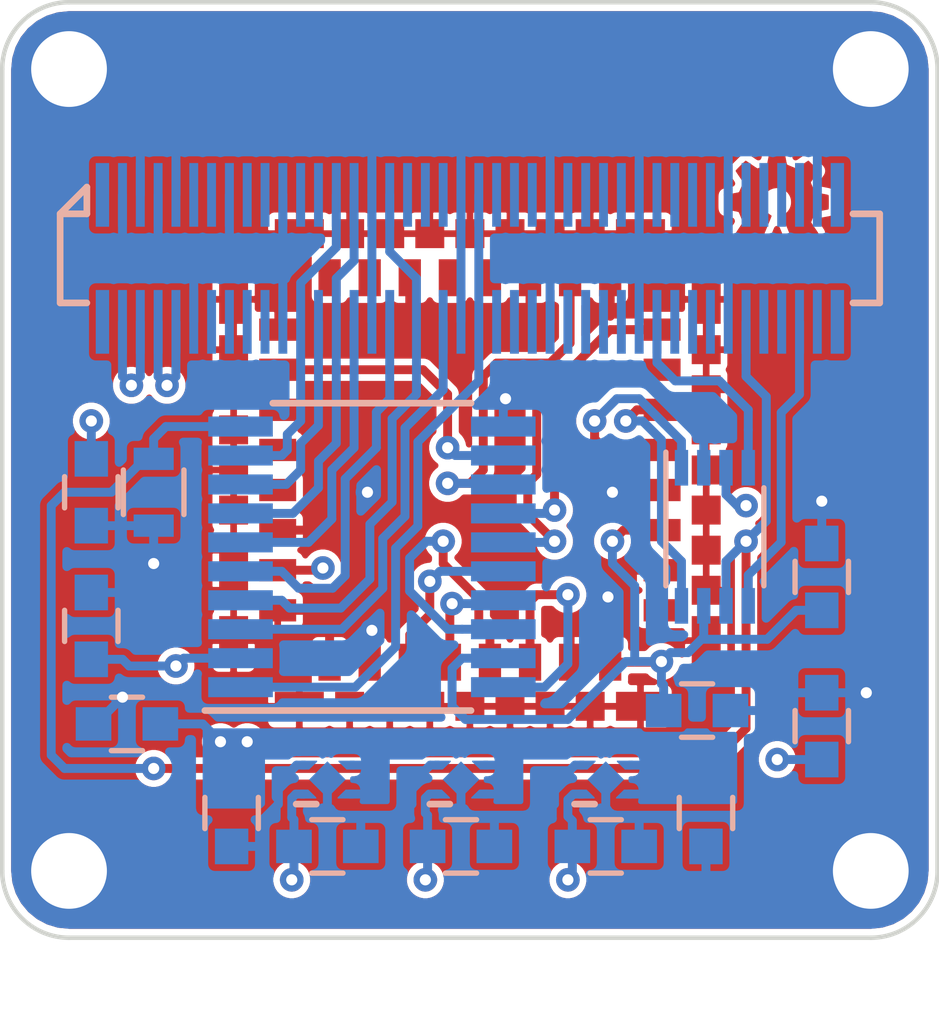
<source format=kicad_pcb>
(kicad_pcb (version 20171130) (host pcbnew "(5.0.0)")
  (title_block (title "Boson Frame Grabber") (date 2018-09-10) (rev 1_02) (company GsD) (comment 1 "Simple, Tiny FPGA based Frame Grabber for FLIR Boson"))
  (layers (0 F.Cu signal) (1 In1.Cu signal) (2 In2.Cu signal) (31 B.Cu signal) (34 B.Paste user) (35 F.Paste user) (36 B.SilkS user) (37 F.SilkS user) (38 B.Mask user) (39 F.Mask user) (44 Edge.Cuts user))
  (net 0 "")
  (net 1 GND)
  (net 2 +3V3)
  (net 3 "Net-(LEP1-Pad32)")
  (net 4 "Net-(LEP1-Pad31)")
  (net 5 "Net-(LEP1-Pad29)")
  (net 6 "Net-(LEP1-Pad28)")
  (net 7 "Net-(LEP1-Pad17)")
  (net 8 "Net-(LEP1-Pad4)")
  (net 9 /LEP_MISO)
  (net 10 "Net-(LEP1-Pad3)")
  (net 11 /LEP_MOSI)
  (net 12 +2V8)
  (net 13 "Net-(LEP1-Pad5)")
  (net 14 /LEP_CLK)
  (net 15 /LEP_SCL)
  (net 16 +1V2)
  (net 17 /LEP_PWRDWN)
  (net 18 /VSYNC)
  (net 19 /LEP_CS)
  (net 20 /LEP_SDA)
  (net 21 /LEP_RST)
  (net 22 "Net-(U1-Pad80)")
  (net 23 "Net-(U1-Pad77)")
  (net 24 "Net-(U1-Pad73)")
  (net 25 "Net-(U1-Pad56)")
  (net 26 "Net-(U1-Pad55)")
  (net 27 "Net-(U1-Pad53)")
  (net 28 "Net-(U1-Pad51)")
  (net 29 "Net-(U1-Pad48)")
  (net 30 "Net-(U1-Pad47)")
  (net 31 "Net-(U1-Pad46)")
  (net 32 "Net-(U1-Pad45)")
  (net 33 "Net-(U1-Pad21)")
  (net 34 +1V8)
  (net 35 /LEP_MCLK)
  (net 36 /OE)
  (net 37 /IIC_SDA)
  (net 38 /IIC_SCL)
  (net 39 /SPI_CS)
  (net 40 /SPI_CLK)
  (net 41 /SPI_MOSI)
  (net 42 /SPI_MISO)
  (net 43 /RESET)
  (net 44 /POWER_DOWN)
  (net 45 /MCLK)
  (net 46 /LEP_VSYNC)
  (module lib:DF40_80Pin (layer B.Cu) (at 145 97.25 180)
    (fp_text reference U1 (at -6.1 3.2 180) (layer B.SilkS) (effects (font (size 0 0)) (justify mirror)))
    (fp_text value Boson_Slave)
    (pad 80 smd rect (at -7.8 -1.425 180) (size 0.2 1.43) (layers B.Cu B.Paste B.Mask) (net 22 "Net-(U1-Pad80)"))
    (pad 79 smd rect (at -7.8 1.425 180) (size 0.2 1.43) (layers B.Cu B.Paste B.Mask) (net 1 GND))
    (pad 78 smd rect (at -7.4 -1.425 180) (size 0.2 1.43) (layers B.Cu B.Paste B.Mask) (net 37 /IIC_SDA))
    (pad 77 smd rect (at -7.4 1.425 180) (size 0.2 1.43) (layers B.Cu B.Paste B.Mask) (net 23 "Net-(U1-Pad77)"))
    (pad 76 smd rect (at -7 -1.425 180) (size 0.2 1.43) (layers B.Cu B.Paste B.Mask))
    (pad 75 smd rect (at -7 1.425 180) (size 0.2 1.43) (layers B.Cu B.Paste B.Mask))
    (pad 74 smd rect (at -6.6 -1.425 180) (size 0.2 1.43) (layers B.Cu B.Paste B.Mask))
    (pad 73 smd rect (at -6.6 1.425 180) (size 0.2 1.43) (layers B.Cu B.Paste B.Mask) (net 24 "Net-(U1-Pad73)"))
    (pad 72 smd rect (at -6.2 -1.425 180) (size 0.2 1.43) (layers B.Cu B.Paste B.Mask) (net 36 /OE))
    (pad 71 smd rect (at -6.2 1.425 180) (size 0.2 1.43) (layers B.Cu B.Paste B.Mask))
    (pad 70 smd rect (at -5.8 -1.425 180) (size 0.2 1.43) (layers B.Cu B.Paste B.Mask) (net 1 GND))
    (pad 69 smd rect (at -5.8 1.425 180) (size 0.2 1.43) (layers B.Cu B.Paste B.Mask) (net 1 GND))
    (pad 68 smd rect (at -5.4 -1.425 180) (size 0.2 1.43) (layers B.Cu B.Paste B.Mask))
    (pad 67 smd rect (at -5.4 1.425 180) (size 0.2 1.43) (layers B.Cu B.Paste B.Mask))
    (pad 66 smd rect (at -5 -1.425 180) (size 0.2 1.43) (layers B.Cu B.Paste B.Mask))
    (pad 65 smd rect (at -5 1.425 180) (size 0.2 1.43) (layers B.Cu B.Paste B.Mask))
    (pad 64 smd rect (at -4.6 -1.425 180) (size 0.2 1.43) (layers B.Cu B.Paste B.Mask))
    (pad 63 smd rect (at -4.6 1.425 180) (size 0.2 1.43) (layers B.Cu B.Paste B.Mask))
    (pad 62 smd rect (at -4.2 -1.425 180) (size 0.2 1.43) (layers B.Cu B.Paste B.Mask) (net 38 /IIC_SCL))
    (pad 61 smd rect (at -4.2 1.425 180) (size 0.2 1.43) (layers B.Cu B.Paste B.Mask))
    (pad 60 smd rect (at -3.8 -1.425 180) (size 0.2 1.43) (layers B.Cu B.Paste B.Mask) (net 1 GND))
    (pad 59 smd rect (at -3.8 1.425 180) (size 0.2 1.43) (layers B.Cu B.Paste B.Mask) (net 1 GND))
    (pad 58 smd rect (at -3.4 -1.425 180) (size 0.2 1.43) (layers B.Cu B.Paste B.Mask))
    (pad 57 smd rect (at -3.4 1.425 180) (size 0.2 1.43) (layers B.Cu B.Paste B.Mask))
    (pad 56 smd rect (at -3 -1.425 180) (size 0.2 1.43) (layers B.Cu B.Paste B.Mask) (net 25 "Net-(U1-Pad56)"))
    (pad 55 smd rect (at -3 1.425 180) (size 0.2 1.43) (layers B.Cu B.Paste B.Mask) (net 26 "Net-(U1-Pad55)"))
    (pad 54 smd rect (at -2.6 -1.425 180) (size 0.2 1.43) (layers B.Cu B.Paste B.Mask))
    (pad 53 smd rect (at -2.6 1.425 180) (size 0.2 1.43) (layers B.Cu B.Paste B.Mask) (net 27 "Net-(U1-Pad53)"))
    (pad 52 smd rect (at -2.2 -1.425 180) (size 0.2 1.43) (layers B.Cu B.Paste B.Mask))
    (pad 51 smd rect (at -2.2 1.425 180) (size 0.2 1.43) (layers B.Cu B.Paste B.Mask) (net 28 "Net-(U1-Pad51)"))
    (pad 50 smd rect (at -1.8 -1.425 180) (size 0.2 1.43) (layers B.Cu B.Paste B.Mask) (net 1 GND))
    (pad 49 smd rect (at -1.8 1.425 180) (size 0.2 1.43) (layers B.Cu B.Paste B.Mask) (net 1 GND))
    (pad 48 smd rect (at -1.4 -1.425 180) (size 0.2 1.43) (layers B.Cu B.Paste B.Mask) (net 29 "Net-(U1-Pad48)"))
    (pad 47 smd rect (at -1.4 1.425 180) (size 0.2 1.43) (layers B.Cu B.Paste B.Mask) (net 30 "Net-(U1-Pad47)"))
    (pad 46 smd rect (at -1 -1.425 180) (size 0.2 1.43) (layers B.Cu B.Paste B.Mask) (net 31 "Net-(U1-Pad46)"))
    (pad 45 smd rect (at -1 1.425 180) (size 0.2 1.43) (layers B.Cu B.Paste B.Mask) (net 32 "Net-(U1-Pad45)"))
    (pad 44 smd rect (at -0.6 -1.425 180) (size 0.2 1.43) (layers B.Cu B.Paste B.Mask))
    (pad 43 smd rect (at -0.6 1.425 180) (size 0.2 1.43) (layers B.Cu B.Paste B.Mask))
    (pad 41 smd rect (at -0.2 1.425 180) (size 0.2 1.43) (layers B.Cu B.Paste B.Mask) (net 39 /SPI_CS))
    (pad 40 smd rect (at 0.2 -1.425 180) (size 0.2 1.43) (layers B.Cu B.Paste B.Mask) (net 1 GND))
    (pad 39 smd rect (at 0.2 1.425 180) (size 0.2 1.43) (layers B.Cu B.Paste B.Mask) (net 1 GND))
    (pad 38 smd rect (at 0.6 -1.425 180) (size 0.2 1.43) (layers B.Cu B.Paste B.Mask) (net 40 /SPI_CLK))
    (pad 37 smd rect (at 0.6 1.425 180) (size 0.2 1.43) (layers B.Cu B.Paste B.Mask))
    (pad 35 smd rect (at 1 1.425 180) (size 0.2 1.43) (layers B.Cu B.Paste B.Mask))
    (pad 33 smd rect (at 1.4 1.425 180) (size 0.2 1.43) (layers B.Cu B.Paste B.Mask))
    (pad 32 smd rect (at 1.8 -1.425 180) (size 0.2 1.43) (layers B.Cu B.Paste B.Mask) (net 41 /SPI_MOSI))
    (pad 31 smd rect (at 1.8 1.425 180) (size 0.2 1.43) (layers B.Cu B.Paste B.Mask) (net 42 /SPI_MISO))
    (pad 30 smd rect (at 2.2 -1.425 180) (size 0.2 1.43) (layers B.Cu B.Paste B.Mask) (net 1 GND))
    (pad 29 smd rect (at 2.2 1.425 180) (size 0.2 1.43) (layers B.Cu B.Paste B.Mask) (net 1 GND))
    (pad 28 smd rect (at 2.6 -1.425 180) (size 0.2 1.43) (layers B.Cu B.Paste B.Mask) (net 43 /RESET))
    (pad 27 smd rect (at 2.6 1.425 180) (size 0.2 1.43) (layers B.Cu B.Paste B.Mask) (net 44 /POWER_DOWN))
    (pad 25 smd rect (at 3 1.425 180) (size 0.2 1.43) (layers B.Cu B.Paste B.Mask) (net 18 /VSYNC))
    (pad 24 smd rect (at 3.4 -1.425 180) (size 0.2 1.43) (layers B.Cu B.Paste B.Mask) (net 45 /MCLK))
    (pad 23 smd rect (at 3.4 1.425 180) (size 0.2 1.43) (layers B.Cu B.Paste B.Mask))
    (pad 21 smd rect (at 3.8 1.425 180) (size 0.2 1.43) (layers B.Cu B.Paste B.Mask) (net 33 "Net-(U1-Pad21)"))
    (pad 20 smd rect (at 4.2 -1.425 180) (size 0.2 1.43) (layers B.Cu B.Paste B.Mask) (net 1 GND))
    (pad 19 smd rect (at 4.2 1.425 180) (size 0.2 1.43) (layers B.Cu B.Paste B.Mask) (net 1 GND))
    (pad 18 smd rect (at 4.6 -1.425 180) (size 0.2 1.43) (layers B.Cu B.Paste B.Mask))
    (pad 17 smd rect (at 4.6 1.425 180) (size 0.2 1.43) (layers B.Cu B.Paste B.Mask))
    (pad 16 smd rect (at 5 -1.425 180) (size 0.2 1.43) (layers B.Cu B.Paste B.Mask))
    (pad 15 smd rect (at 5 1.425 180) (size 0.2 1.43) (layers B.Cu B.Paste B.Mask))
    (pad 14 smd rect (at 5.4 -1.425 180) (size 0.2 1.43) (layers B.Cu B.Paste B.Mask))
    (pad 13 smd rect (at 5.4 1.425 180) (size 0.2 1.43) (layers B.Cu B.Paste B.Mask) (net 1 GND))
    (pad 12 smd rect (at 5.8 -1.425 180) (size 0.2 1.43) (layers B.Cu B.Paste B.Mask))
    (pad 11 smd rect (at 5.8 1.425 180) (size 0.2 1.43) (layers B.Cu B.Paste B.Mask))
    (pad 10 smd rect (at 6.2 -1.425 180) (size 0.2 1.43) (layers B.Cu B.Paste B.Mask) (net 1 GND))
    (pad 9 smd rect (at 6.2 1.425 180) (size 0.2 1.43) (layers B.Cu B.Paste B.Mask))
    (pad 8 smd rect (at 6.6 -1.425 180) (size 0.2 1.43) (layers B.Cu B.Paste B.Mask) (net 2 +3V3))
    (pad 7 smd rect (at 6.6 1.425 180) (size 0.2 1.43) (layers B.Cu B.Paste B.Mask) (net 1 GND))
    (pad 6 smd rect (at 7 -1.425 180) (size 0.2 1.43) (layers B.Cu B.Paste B.Mask) (net 2 +3V3))
    (pad 5 smd rect (at 7 1.425 180) (size 0.2 1.43) (layers B.Cu B.Paste B.Mask) (net 1 GND))
    (pad 4 smd rect (at 7.4 -1.425 180) (size 0.2 1.43) (layers B.Cu B.Paste B.Mask) (net 2 +3V3))
    (pad 3 smd rect (at 7.4 1.425 180) (size 0.2 1.43) (layers B.Cu B.Paste B.Mask) (net 1 GND))
    (pad 2 smd rect (at 7.8 -1.425 180) (size 0.2 1.43) (layers B.Cu B.Paste B.Mask) (net 2 +3V3))
    (pad 1 smd rect (at 7.8 1.425 180) (size 0.2 1.43) (layers B.Cu B.Paste B.Mask) (net 1 GND))
    (pad "" smd rect (at 8.25 -1.425 180) (size 0.3 1.43) (layers B.Cu B.Paste B.Mask))
    (pad "" smd rect (at 8.25 1.425 180) (size 0.3 1.43) (layers B.Cu B.Paste B.Mask))
    (pad "" smd rect (at -8.25 1.425 180) (size 0.3 1.43) (layers B.Cu B.Paste B.Mask))
    (pad "" smd rect (at -8.25 -1.425 180) (size 0.3 1.43) (layers B.Cu B.Paste B.Mask))
  )
  (module 1050281001 (layer F.Cu) (at 145 102)
    (fp_text reference LEP1 (at 0 -7.7) (layer F.SilkS) (effects (font (size 0 0))))
    (fp_text value LEPTON)
    (pad 32 smd rect (at -3.15 -4.315) (size 0.5 0.83) (layers F.Cu F.Paste F.Mask) (net 3 "Net-(LEP1-Pad32)"))
    (pad 31 smd rect (at -2.25 -4.315) (size 0.5 0.83) (layers F.Cu F.Paste F.Mask) (net 4 "Net-(LEP1-Pad31)"))
    (pad 30 smd rect (at -1.35 -4.315) (size 0.5 0.83) (layers F.Cu F.Paste F.Mask) (net 1 GND))
    (pad 29 smd rect (at -0.45 -4.315) (size 0.5 0.83) (layers F.Cu F.Paste F.Mask) (net 5 "Net-(LEP1-Pad29)"))
    (pad 28 smd rect (at 0.45 -4.315) (size 0.5 0.83) (layers F.Cu F.Paste F.Mask) (net 6 "Net-(LEP1-Pad28)"))
    (pad 27 smd rect (at 1.35 -4.315) (size 0.5 0.83) (layers F.Cu F.Paste F.Mask) (net 1 GND))
    (pad 26 smd rect (at 2.25 -4.315) (size 0.5 0.83) (layers F.Cu F.Paste F.Mask) (net 35 /LEP_MCLK))
    (pad 25 smd rect (at 3.15 -4.315) (size 0.5 0.83) (layers F.Cu F.Paste F.Mask) (net 1 GND))
    (pad 1 smd rect (at -4.315 -3.15 90) (size 0.5 0.83) (layers F.Cu F.Paste F.Mask) (net 1 GND))
    (pad 9 smd rect (at -3.15 4.315 180) (size 0.5 0.83) (layers F.Cu F.Paste F.Mask) (net 1 GND))
    (pad 17 smd rect (at 4.315 3.15 270) (size 0.5 0.83) (layers F.Cu F.Paste F.Mask) (net 7 "Net-(LEP1-Pad17)"))
    (pad 4 smd rect (at -4.315 -0.45 90) (size 0.5 0.83) (layers F.Cu F.Paste F.Mask) (net 8 "Net-(LEP1-Pad4)"))
    (pad 12 smd rect (at -0.45 4.315 180) (size 0.5 0.83) (layers F.Cu F.Paste F.Mask) (net 9 /LEP_MISO))
    (pad 20 smd rect (at 4.315 0.45 270) (size 0.5 0.83) (layers F.Cu F.Paste F.Mask) (net 1 GND))
    (pad 3 smd rect (at -4.315 -1.35 90) (size 0.5 0.83) (layers F.Cu F.Paste F.Mask) (net 10 "Net-(LEP1-Pad3)"))
    (pad 11 smd rect (at -1.35 4.315 180) (size 0.5 0.83) (layers F.Cu F.Paste F.Mask) (net 11 /LEP_MOSI))
    (pad 19 smd rect (at 4.315 1.35 270) (size 0.5 0.83) (layers F.Cu F.Paste F.Mask) (net 12 +2V8))
    (pad 5 smd rect (at -4.315 0.45 90) (size 0.5 0.83) (layers F.Cu F.Paste F.Mask) (net 13 "Net-(LEP1-Pad5)"))
    (pad 13 smd rect (at 0.45 4.315 180) (size 0.5 0.83) (layers F.Cu F.Paste F.Mask) (net 14 /LEP_CLK))
    (pad 21 smd rect (at 4.315 -0.45 270) (size 0.5 0.83) (layers F.Cu F.Paste F.Mask) (net 15 /LEP_SCL))
    (pad 7 smd rect (at -4.315 2.25 90) (size 0.5 0.83) (layers F.Cu F.Paste F.Mask) (net 16 +1V2))
    (pad 15 smd rect (at 2.25 4.315 180) (size 0.5 0.83) (layers F.Cu F.Paste F.Mask) (net 1 GND))
    (pad 23 smd rect (at 4.315 -2.25 270) (size 0.5 0.83) (layers F.Cu F.Paste F.Mask) (net 17 /LEP_PWRDWN))
    (pad 2 smd rect (at -4.315 -2.25 90) (size 0.5 0.83) (layers F.Cu F.Paste F.Mask) (net 46 /LEP_VSYNC))
    (pad 10 smd rect (at -2.25 4.315 180) (size 0.5 0.83) (layers F.Cu F.Paste F.Mask) (net 1 GND))
    (pad 18 smd rect (at 4.315 2.25 270) (size 0.5 0.83) (layers F.Cu F.Paste F.Mask) (net 1 GND))
    (pad 6 smd rect (at -4.315 1.35 90) (size 0.5 0.83) (layers F.Cu F.Paste F.Mask) (net 1 GND))
    (pad 14 smd rect (at 1.35 4.315 180) (size 0.5 0.83) (layers F.Cu F.Paste F.Mask) (net 19 /LEP_CS))
    (pad 22 smd rect (at 4.315 -1.35 270) (size 0.5 0.83) (layers F.Cu F.Paste F.Mask) (net 20 /LEP_SDA))
    (pad 8 smd rect (at -4.315 3.15 90) (size 0.5 0.83) (layers F.Cu F.Paste F.Mask) (net 1 GND))
    (pad 16 smd rect (at 3.15 4.315 180) (size 0.5 0.83) (layers F.Cu F.Paste F.Mask) (net 12 +2V8))
    (pad 24 smd rect (at 4.315 -3.15 270) (size 0.5 0.83) (layers F.Cu F.Paste F.Mask) (net 21 /LEP_RST))
    (pad 33 smd rect (at -3.83 -5.305) (size 1.1 0.65) (layers F.Cu F.Paste F.Mask) (net 1 GND))
    (pad 33 smd rect (at -2.7 -5.305) (size 0.65 0.65) (layers F.Cu F.Paste F.Mask) (net 1 GND))
    (pad 33 smd rect (at -1.8 -5.305) (size 0.65 0.65) (layers F.Cu F.Paste F.Mask) (net 1 GND))
    (pad 33 smd rect (at -0.9 -5.305) (size 0.65 0.65) (layers F.Cu F.Paste F.Mask) (net 1 GND))
    (pad 33 smd rect (at 0 -5.305) (size 0.65 0.65) (layers F.Cu F.Paste F.Mask) (net 1 GND))
    (pad 33 smd rect (at 0.9 -5.305) (size 0.65 0.65) (layers F.Cu F.Paste F.Mask) (net 1 GND))
    (pad 33 smd rect (at 1.8 -5.305) (size 0.65 0.65) (layers F.Cu F.Paste F.Mask) (net 1 GND))
    (pad 33 smd rect (at 2.7 -5.305) (size 0.65 0.65) (layers F.Cu F.Paste F.Mask) (net 1 GND))
    (pad 33 smd rect (at 3.83 -5.305) (size 1.1 0.65) (layers F.Cu F.Paste F.Mask) (net 1 GND))
    (pad 33 smd rect (at -5.305 1.8 90) (size 0.65 0.65) (layers F.Cu F.Paste F.Mask) (net 1 GND))
    (pad 33 smd rect (at -5.305 0.9 90) (size 0.65 0.65) (layers F.Cu F.Paste F.Mask) (net 1 GND))
    (pad 33 smd rect (at -5.305 0 90) (size 0.65 0.65) (layers F.Cu F.Paste F.Mask) (net 1 GND))
    (pad 33 smd rect (at -5.305 3.83 90) (size 1.1 0.65) (layers F.Cu F.Paste F.Mask) (net 1 GND))
    (pad 33 smd rect (at -5.305 2.7 90) (size 0.65 0.65) (layers F.Cu F.Paste F.Mask) (net 1 GND))
    (pad 33 smd rect (at -5.305 -0.9 90) (size 0.65 0.65) (layers F.Cu F.Paste F.Mask) (net 1 GND))
    (pad 33 smd rect (at -5.305 -3.83 90) (size 1.1 0.65) (layers F.Cu F.Paste F.Mask) (net 1 GND))
    (pad 33 smd rect (at -5.305 -1.8 90) (size 0.65 0.65) (layers F.Cu F.Paste F.Mask) (net 1 GND))
    (pad 33 smd rect (at -5.305 -2.7 90) (size 0.65 0.65) (layers F.Cu F.Paste F.Mask) (net 1 GND))
    (pad 33 smd rect (at 5.305 -3.83 270) (size 1.1 0.65) (layers F.Cu F.Paste F.Mask) (net 1 GND))
    (pad 33 smd rect (at 5.305 3.83 270) (size 1.1 0.65) (layers F.Cu F.Paste F.Mask) (net 1 GND))
    (pad 33 smd rect (at 5.305 0 270) (size 0.65 0.65) (layers F.Cu F.Paste F.Mask) (net 1 GND))
    (pad 33 smd rect (at 5.305 1.8 270) (size 0.65 0.65) (layers F.Cu F.Paste F.Mask) (net 1 GND))
    (pad 33 smd rect (at 5.305 -1.8 270) (size 0.65 0.65) (layers F.Cu F.Paste F.Mask) (net 1 GND))
    (pad 33 smd rect (at 5.305 -2.7 270) (size 0.65 0.65) (layers F.Cu F.Paste F.Mask) (net 1 GND))
    (pad 33 smd rect (at 5.305 -0.9 270) (size 0.65 0.65) (layers F.Cu F.Paste F.Mask) (net 1 GND))
    (pad 33 smd rect (at 5.305 0.9 270) (size 0.65 0.65) (layers F.Cu F.Paste F.Mask) (net 1 GND))
    (pad 33 smd rect (at 5.305 2.7 270) (size 0.65 0.65) (layers F.Cu F.Paste F.Mask) (net 1 GND))
    (pad 33 smd rect (at 1.8 5.305 180) (size 0.65 0.65) (layers F.Cu F.Paste F.Mask) (net 1 GND))
    (pad 33 smd rect (at 0.9 5.305 180) (size 0.65 0.65) (layers F.Cu F.Paste F.Mask) (net 1 GND))
    (pad 33 smd rect (at 0 5.305 180) (size 0.65 0.65) (layers F.Cu F.Paste F.Mask) (net 1 GND))
    (pad 33 smd rect (at 3.83 5.305 180) (size 1.1 0.65) (layers F.Cu F.Paste F.Mask) (net 1 GND))
    (pad 33 smd rect (at 2.7 5.305 180) (size 0.65 0.65) (layers F.Cu F.Paste F.Mask) (net 1 GND))
    (pad 33 smd rect (at -0.9 5.305 180) (size 0.65 0.65) (layers F.Cu F.Paste F.Mask) (net 1 GND))
    (pad 33 smd rect (at -3.83 5.305 180) (size 1.1 0.65) (layers F.Cu F.Paste F.Mask) (net 1 GND))
    (pad 33 smd rect (at -1.8 5.305 180) (size 0.65 0.65) (layers F.Cu F.Paste F.Mask) (net 1 GND))
    (pad 33 smd rect (at -2.7 5.305 180) (size 0.65 0.65) (layers F.Cu F.Paste F.Mask) (net 1 GND))
  )
  (module LOGO (layer F.Cu) (at 150.4 93.6)
    (fp_text reference G*** hide)
    (fp_text value LOGO hide)
    (fp_poly (pts (xy 0.809625 -0.656049) (xy 0.948894 -0.652824) (xy 1.055352 -0.641742) (xy 1.138164 -0.620435) (xy 1.206496 -0.586535) (xy 1.269512 -0.537672) (xy 1.270237 -0.537018) (xy 1.340037 -0.45732) (xy 1.386054 -0.362298) (xy 1.410458 -0.244688) (xy 1.415419 -0.097228) (xy 1.413931 -0.056017) (xy 1.39408 0.106816) (xy 1.349894 0.237949) (xy 1.279148 0.339287) (xy 1.179619 0.412731) (xy 1.049083 0.460187) (xy 0.885316 0.483556) (xy 0.779803 0.486833) (xy 0.592667 0.486833) (xy 0.592667 0.338667) (xy 0.762 0.338667) (xy 0.884039 0.338667) (xy 0.998972 0.327347) (xy 1.079303 0.299395) (xy 1.160578 0.233792) (xy 1.215228 0.137724) (xy 1.243868 0.009786) (xy 1.248834 -0.087568) (xy 1.23982 -0.236059) (xy 1.21085 -0.349515) (xy 1.159033 -0.431642) (xy 1.081476 -0.486148) (xy 0.975288 -0.516738) (xy 0.908005 -0.524408) (xy 0.762 -0.534855) (xy 0.762 0.338667) (xy 0.592667 0.338667) (xy 0.592667 -0.656167) (xy 0.809625 -0.656049)) (layer F.Cu) (width 0.01))
    (fp_poly (pts (xy 0.162577 -0.408638) (xy 0.231651 -0.397665) (xy 0.269226 -0.38476) (xy 0.285863 -0.363181) (xy 0.292122 -0.326181) (xy 0.292151 -0.325883) (xy 0.298552 -0.260216) (xy 0.140244 -0.270375) (xy 0.023554 -0.274289) (xy -0.058453 -0.267638) (xy -0.112413 -0.249068) (xy -0.144962 -0.217221) (xy -0.1483 -0.211417) (xy -0.159408 -0.158528) (xy -0.131713 -0.111118) (xy -0.063856 -0.06759) (xy -0.005378 -0.043426) (xy 0.120986 0.004376) (xy 0.212326 0.044812) (xy 0.274186 0.082617) (xy 0.312111 0.122522) (xy 0.331646 0.16926) (xy 0.338334 0.227561) (xy 0.338667 0.250217) (xy 0.332061 0.319458) (xy 0.306108 0.369754) (xy 0.275785 0.401589) (xy 0.193201 0.454029) (xy 0.081845 0.489442) (xy -0.047579 0.506087) (xy -0.184364 0.50222) (xy -0.264583 0.489528) (xy -0.310364 0.472303) (xy -0.330277 0.436937) (xy -0.334784 0.40645) (xy -0.341485 0.336834) (xy -0.228951 0.353625) (xy -0.077646 0.369325) (xy 0.038464 0.366191) (xy 0.11832 0.344321) (xy 0.151534 0.318598) (xy 0.179753 0.277874) (xy 0.1905 0.251655) (xy 0.170586 0.212403) (xy 0.114686 0.169922) (xy 0.028559 0.127998) (xy -0.031142 0.106035) (xy -0.115912 0.072019) (xy -0.195079 0.030549) (xy -0.245396 -0.004577) (xy -0.292577 -0.05312) (xy -0.313312 -0.100997) (xy -0.3175 -0.159315) (xy -0.298442 -0.24985) (xy -0.244324 -0.323152) (xy -0.159727 -0.376842) (xy -0.04923 -0.40854) (xy 0.082583 -0.415868) (xy 0.162577 -0.408638)) (layer F.Cu) (width 0.01))
    (fp_poly (pts (xy -0.729586 -0.662399) (xy -0.677333 -0.647505) (xy -0.626418 -0.62313) (xy -0.603622 -0.588205) (xy -0.59668 -0.543282) (xy -0.593267 -0.492195) (xy -0.600915 -0.471095) (xy -0.629252 -0.474961) (xy -0.684652 -0.497417) (xy -0.793084 -0.52487) (xy -0.911313 -0.52619) (xy -1.021487 -0.502134) (xy -1.067329 -0.481194) (xy -1.152001 -0.414193) (xy -1.209167 -0.323118) (xy -1.240724 -0.203739) (xy -1.248833 -0.077437) (xy -1.235812 0.076285) (xy -1.196686 0.196724) (xy -1.131367 0.283993) (xy -1.039764 0.338206) (xy -0.921786 0.359477) (xy -0.902158 0.359833) (xy -0.827591 0.358133) (xy -0.78048 0.347764) (xy -0.754524 0.320825) (xy -0.743421 0.269416) (xy -0.740872 0.185636) (xy -0.740833 0.157542) (xy -0.740833 -0.019054) (xy -0.862541 -0.025402) (xy -0.931356 -0.030401) (xy -0.968596 -0.039801) (xy -0.985008 -0.059004) (xy -0.990947 -0.089958) (xy -0.997645 -0.148167) (xy -0.592666 -0.148167) (xy -0.592666 0.440359) (xy -0.661458 0.46483) (xy -0.746414 0.485276) (xy -0.850823 0.496713) (xy -0.957542 0.498477) (xy -1.049423 0.489902) (xy -1.085247 0.481267) (xy -1.208581 0.422253) (xy -1.302342 0.335079) (xy -1.367447 0.218338) (xy -1.404808 0.070623) (xy -1.413852 -0.024121) (xy -1.40885 -0.20249) (xy -1.373738 -0.351868) (xy -1.307754 -0.47377) (xy -1.210142 -0.569709) (xy -1.111404 -0.627564) (xy -0.992941 -0.664104) (xy -0.859141 -0.676016) (xy -0.729586 -0.662399)) (layer F.Cu) (width 0.01))
  )
  (module LOGO (layer F.Cu) (at 151.9 95.9)
    (fp_text reference G*** hide)
    (fp_text value LOGO hide)
    (fp_poly (pts (xy 0.034434 -1.070644) (xy 0.067967 -1.070441) (xy 0.094854 -1.070081) (xy 0.115679 -1.069545) (xy 0.131028 -1.068815) (xy 0.141484 -1.067873) (xy 0.147631 -1.0667) (xy 0.14957 -1.065823) (xy 0.151728 -1.062359) (xy 0.154421 -1.054534) (xy 0.157762 -1.041831) (xy 0.161865 -1.023736) (xy 0.166844 -0.999734) (xy 0.172812 -0.969309) (xy 0.179883 -0.931946) (xy 0.18387 -0.910492) (xy 0.191899 -0.867626) (xy 0.198777 -0.832133) (xy 0.204579 -0.803667) (xy 0.20938 -0.781882) (xy 0.213256 -0.766433) (xy 0.216284 -0.756974) (xy 0.218192 -0.753437) (xy 0.223255 -0.750437) (xy 0.23444 -0.745046) (xy 0.250596 -0.737743) (xy 0.270577 -0.729006) (xy 0.293232 -0.719311) (xy 0.317413 -0.709137) (xy 0.34197 -0.698962) (xy 0.365756 -0.689262) (xy 0.387621 -0.680517) (xy 0.406415 -0.673202) (xy 0.420991 -0.667796) (xy 0.430199 -0.664778) (xy 0.432574 -0.664308) (xy 0.436931 -0.666453) (xy 0.446994 -0.672572) (xy 0.46204 -0.682192) (xy 0.48135 -0.69484) (xy 0.504202 -0.710041) (xy 0.529876 -0.727323) (xy 0.557649 -0.746211) (xy 0.566444 -0.752231) (xy 0.594625 -0.771491) (xy 0.620833 -0.789294) (xy 0.644361 -0.805167) (xy 0.664502 -0.81864) (xy 0.68055 -0.82924) (xy 0.691799 -0.836496) (xy 0.697543 -0.839936) (xy 0.698099 -0.840154) (xy 0.702045 -0.837466) (xy 0.710615 -0.829883) (xy 0.723103 -0.818125) (xy 0.738801 -0.802913) (xy 0.757001 -0.784968) (xy 0.776995 -0.765011) (xy 0.798076 -0.743762) (xy 0.819537 -0.721943) (xy 0.840668 -0.700273) (xy 0.860764 -0.679473) (xy 0.879116 -0.660265) (xy 0.895016 -0.643369) (xy 0.907757 -0.629505) (xy 0.916632 -0.619395) (xy 0.920932 -0.613759) (xy 0.921212 -0.612916) (xy 0.918584 -0.608605) (xy 0.912018 -0.598596) (xy 0.902013 -0.583627) (xy 0.889064 -0.564435) (xy 0.873671 -0.541758) (xy 0.856331 -0.516332) (xy 0.837541 -0.488894) (xy 0.834677 -0.484721) (xy 0.815763 -0.456987) (xy 0.798327 -0.431061) (xy 0.782855 -0.407691) (xy 0.769833 -0.387628) (xy 0.759747 -0.371622) (xy 0.753081 -0.360422) (xy 0.750324 -0.35478) (xy 0.750277 -0.354467) (xy 0.751805 -0.348645) (xy 0.756066 -0.336833) (xy 0.762575 -0.320162) (xy 0.770846 -0.299763) (xy 0.780396 -0.276769) (xy 0.790739 -0.25231) (xy 0.801391 -0.22752) (xy 0.811866 -0.203529) (xy 0.821679 -0.181469) (xy 0.830347 -0.162471) (xy 0.837383 -0.147669) (xy 0.842304 -0.138192) (xy 0.844118 -0.135445) (xy 0.847693 -0.13317) (xy 0.854829 -0.13053) (xy 0.866139 -0.127386) (xy 0.882232 -0.123601) (xy 0.903722 -0.119039) (xy 0.931219 -0.113561) (xy 0.965334 -0.10703) (xy 0.996918 -0.10112) (xy 1.037379 -0.09352) (xy 1.070645 -0.087079) (xy 1.097233 -0.081681) (xy 1.117657 -0.077211) (xy 1.132435 -0.073556) (xy 1.142081 -0.070599) (xy 1.147113 -0.068226) (xy 1.147885 -0.067505) (xy 1.149215 -0.0638) (xy 1.150302 -0.05616) (xy 1.151165 -0.044) (xy 1.151823 -0.026735) (xy 1.152293 -0.003782) (xy 1.152594 0.025445) (xy 1.152744 0.061528) (xy 1.152769 0.088391) (xy 1.152737 0.127046) (xy 1.152622 0.158623) (xy 1.152394 0.183862) (xy 1.152024 0.2035) (xy 1.151483 0.218275) (xy 1.150742 0.228927) (xy 1.149772 0.236191) (xy 1.148544 0.240808) (xy 1.147028 0.243515) (xy 1.146629 0.243952) (xy 1.140833 0.248843) (xy 1.138213 0.250093) (xy 1.133978 0.250781) (xy 1.122934 0.25274) (xy 1.105954 0.25581) (xy 1.08391 0.259832) (xy 1.057677 0.264646) (xy 1.028128 0.270094) (xy 0.996838 0.275885) (xy 0.955612 0.283642) (xy 0.921763 0.290266) (xy 0.894946 0.295832) (xy 0.874815 0.300417) (xy 0.861026 0.304097) (xy 0.853234 0.30695) (xy 0.851445 0.308124) (xy 0.848436 0.313325) (xy 0.843095 0.324719) (xy 0.835867 0.341193) (xy 0.827199 0.361634) (xy 0.817539 0.38493) (xy 0.807332 0.409969) (xy 0.797024 0.435639) (xy 0.787064 0.460827) (xy 0.777896 0.48442) (xy 0.769968 0.505307) (xy 0.763726 0.522375) (xy 0.759617 0.534513) (xy 0.758086 0.540606) (xy 0.758085 0.540687) (xy 0.760235 0.545487) (xy 0.76635 0.555935) (xy 0.775934 0.571262) (xy 0.78849 0.590698) (xy 0.803521 0.613476) (xy 0.82053 0.638825) (xy 0.838801 0.665655) (xy 0.857314 0.69275) (xy 0.874414 0.717967) (xy 0.889593 0.740547) (xy 0.902348 0.759729) (xy 0.912171 0.774754) (xy 0.918559 0.784861) (xy 0.921002 0.789276) (xy 0.918645 0.793571) (xy 0.910956 0.802932) (xy 0.898247 0.817025) (xy 0.880834 0.835513) (xy 0.859031 0.858062) (xy 0.833152 0.884336) (xy 0.813356 0.904189) (xy 0.785293 0.932138) (xy 0.762177 0.954975) (xy 0.743486 0.973171) (xy 0.728699 0.987199) (xy 0.717295 0.997529) (xy 0.708752 1.004633) (xy 0.702549 1.008984) (xy 0.698165 1.011053) (xy 0.695078 1.011313) (xy 0.695008 1.011299) (xy 0.689679 1.008695) (xy 0.678758 1.002154) (xy 0.663066 0.99221) (xy 0.643424 0.979394) (xy 0.62065 0.964241) (xy 0.595565 0.947284) (xy 0.576538 0.93426) (xy 0.550366 0.916286) (xy 0.526022 0.899625) (xy 0.504309 0.884826) (xy 0.486032 0.872434) (xy 0.471995 0.862994) (xy 0.463004 0.857053) (xy 0.460102 0.855246) (xy 0.457078 0.854255) (xy 0.452913 0.85445) (xy 0.446778 0.856201) (xy 0.437842 0.859876) (xy 0.425276 0.865845) (xy 0.40825 0.874477) (xy 0.385936 0.886143) (xy 0.360636 0.899546) (xy 0.347626 0.906182) (xy 0.339529 0.909288) (xy 0.33452 0.909294) (xy 0.330772 0.90663) (xy 0.330728 0.906585) (xy 0.328208 0.901935) (xy 0.32306 0.890769) (xy 0.315582 0.873809) (xy 0.306072 0.851778) (xy 0.294829 0.825397) (xy 0.282152 0.795391) (xy 0.268338 0.762481) (xy 0.253687 0.727389) (xy 0.238496 0.690838) (xy 0.223064 0.653551) (xy 0.20769 0.616249) (xy 0.192671 0.579657) (xy 0.178307 0.544495) (xy 0.164895 0.511487) (xy 0.152734 0.481354) (xy 0.142123 0.45482) (xy 0.133359 0.432607) (xy 0.126742 0.415438) (xy 0.122569 0.404034) (xy 0.121139 0.399138) (xy 0.124539 0.392081) (xy 0.134948 0.383227) (xy 0.143608 0.377584) (xy 0.188619 0.346069) (xy 0.227109 0.310716) (xy 0.258915 0.271782) (xy 0.283869 0.229527) (xy 0.301808 0.184209) (xy 0.312567 0.136086) (xy 0.315359 0.108587) (xy 0.314642 0.058353) (xy 0.306583 0.010097) (xy 0.291531 -0.035584) (xy 0.269836 -0.078095) (xy 0.241847 -0.11684) (xy 0.207914 -0.151221) (xy 0.168387 -0.180642) (xy 0.134816 -0.19932) (xy 0.09804 -0.215073) (xy 0.063083 -0.225281) (xy 0.027012 -0.2306) (xy -0.009769 -0.23174) (xy -0.059615 -0.227366) (xy -0.107125 -0.215762) (xy -0.151692 -0.19732) (xy -0.19271 -0.172431) (xy -0.229573 -0.141486) (xy -0.261673 -0.104878) (xy -0.288405 -0.062998) (xy -0.296711 -0.046464) (xy -0.308777 -0.018535) (xy -0.317161 0.006857) (xy -0.322405 0.032291) (xy -0.325047 0.060349) (xy -0.325639 0.091831) (xy -0.325267 0.115171) (xy -0.324232 0.133197) (xy -0.322223 0.148402) (xy -0.31893 0.163281) (xy -0.315036 0.177048) (xy -0.299291 0.220105) (xy -0.278927 0.258768) (xy -0.253213 0.293987) (xy -0.221415 0.326713) (xy -0.182801 0.357897) (xy -0.167177 0.368869) (xy -0.15294 0.378857) (xy -0.141274 0.387637) (xy -0.133636 0.394076) (xy -0.131448 0.396632) (xy -0.132459 0.401252) (xy -0.136161 0.4122) (xy -0.142219 0.428599) (xy -0.150296 0.449572) (xy -0.160055 0.474241) (xy -0.171161 0.50173) (xy -0.179518 0.522086) (xy -0.193998 0.557143) (xy -0.210561 0.597269) (xy -0.228319 0.640305) (xy -0.246379 0.684094) (xy -0.263853 0.726476) (xy -0.279849 0.765293) (xy -0.283708 0.774661) (xy -0.30004 0.813926) (xy -0.313973 0.846607) (xy -0.325441 0.872561) (xy -0.334378 0.89164) (xy -0.340718 0.903701) (xy -0.344396 0.908596) (xy -0.344568 0.908672) (xy -0.350459 0.907652) (xy -0.362082 0.903112) (xy -0.378438 0.895496) (xy -0.398524 0.885252) (xy -0.405826 0.881357) (xy -0.424649 0.871324) (xy -0.441113 0.862757) (xy -0.453973 0.856287) (xy -0.46198 0.852547) (xy -0.463947 0.851877) (xy -0.467846 0.854015) (xy -0.477435 0.860098) (xy -0.491969 0.869632) (xy -0.510708 0.882121) (xy -0.532909 0.897072) (xy -0.557828 0.913989) (xy -0.584152 0.931985) (xy -0.611219 0.950401) (xy -0.636511 0.967326) (xy -0.659249 0.982258) (xy -0.678656 0.994701) (xy -0.693953 1.004152) (xy -0.704362 1.010115) (xy -0.709029 1.012093) (xy -0.714317 1.009227) (xy -0.724895 1.00064) (xy -0.740744 0.986349) (xy -0.761845 0.96637) (xy -0.788182 0.940721) (xy -0.819737 0.909417) (xy -0.823573 0.905582) (xy -0.854778 0.874147) (xy -0.880703 0.847573) (xy -0.901264 0.825951) (xy -0.916376 0.809369) (xy -0.925955 0.797919) (xy -0.929919 0.79169) (xy -0.930031 0.791085) (xy -0.92788 0.786115) (xy -0.921763 0.775509) (xy -0.912177 0.760045) (xy -0.899622 0.740501) (xy -0.884598 0.717654) (xy -0.867603 0.692282) (xy -0.849923 0.666309) (xy -0.829505 0.636295) (xy -0.811454 0.609266) (xy -0.796155 0.585826) (xy -0.783993 0.566582) (xy -0.775352 0.552136) (xy -0.770619 0.543095) (xy -0.769815 0.540513) (xy -0.771264 0.534264) (xy -0.77531 0.521968) (xy -0.781505 0.504746) (xy -0.789401 0.483717) (xy -0.79855 0.460001) (xy -0.808503 0.434718) (xy -0.818812 0.408988) (xy -0.829028 0.38393) (xy -0.838704 0.360665) (xy -0.847389 0.340312) (xy -0.854637 0.323991) (xy -0.859999 0.312821) (xy -0.862902 0.308036) (xy -0.867671 0.305602) (xy -0.87803 0.302427) (xy -0.894356 0.298426) (xy -0.917028 0.293518) (xy -0.946424 0.287618) (xy -0.982922 0.280644) (xy -1.010138 0.275586) (xy -1.047747 0.268606) (xy -1.078379 0.262788) (xy -1.102761 0.257964) (xy -1.121618 0.253968) (xy -1.135675 0.250632) (xy -1.145658 0.24779) (xy -1.152293 0.245274) (xy -1.156305 0.242918) (xy -1.157654 0.241632) (xy -1.15942 0.239026) (xy -1.160856 0.235261) (xy -1.161994 0.229569) (xy -1.162869 0.221179) (xy -1.163515 0.209321) (xy -1.163965 0.193226) (xy -1.164254 0.172124) (xy -1.164415 0.145246) (xy -1.164483 0.111821) (xy -1.164492 0.086283) (xy -1.164428 0.045824) (xy -1.164221 0.01259) (xy -1.163855 -0.014004) (xy -1.163309 -0.034547) (xy -1.162566 -0.049626) (xy -1.161607 -0.05983) (xy -1.160413 -0.065746) (xy -1.159607 -0.06744) (xy -1.155945 -0.069673) (xy -1.147653 -0.072467) (xy -1.134227 -0.075935) (xy -1.115162 -0.080188) (xy -1.089954 -0.085337) (xy -1.058098 -0.091496) (xy -1.019091 -0.098774) (xy -1.014046 -0.099703) (xy -0.981474 -0.105744) (xy -0.950996 -0.111504) (xy -0.92355 -0.116796) (xy -0.900074 -0.121436) (xy -0.881505 -0.125239) (xy -0.86878 -0.128019) (xy -0.862911 -0.129562) (xy -0.859518 -0.13152) (xy -0.855885 -0.135299) (xy -0.851618 -0.141672) (xy -0.846325 -0.151412) (xy -0.839613 -0.165293) (xy -0.831087 -0.184087) (xy -0.820354 -0.208567) (xy -0.807226 -0.239032) (xy -0.795686 -0.266257) (xy -0.785233 -0.291524) (xy -0.776256 -0.313841) (xy -0.769147 -0.332215) (xy -0.764295 -0.345655) (xy -0.762091 -0.353168) (xy -0.762 -0.353986) (xy -0.764265 -0.359917) (xy -0.770911 -0.371817) (xy -0.781717 -0.389337) (xy -0.796461 -0.412131) (xy -0.814922 -0.43985) (xy -0.836876 -0.472148) (xy -0.844752 -0.483608) (xy -0.863574 -0.511131) (xy -0.880974 -0.536957) (xy -0.896447 -0.560306) (xy -0.909488 -0.580402) (xy -0.919593 -0.596466) (xy -0.926256 -0.607719) (xy -0.928974 -0.613383) (xy -0.928997 -0.613507) (xy -0.928723 -0.616663) (xy -0.926741 -0.620996) (xy -0.922573 -0.627032) (xy -0.915741 -0.635298) (xy -0.905766 -0.646322) (xy -0.892169 -0.66063) (xy -0.874471 -0.678749) (xy -0.852194 -0.701206) (xy -0.824859 -0.728528) (xy -0.821132 -0.732243) (xy -0.789304 -0.763769) (xy -0.762732 -0.789677) (xy -0.74133 -0.810047) (xy -0.725007 -0.824962) (xy -0.713675 -0.834505) (xy -0.707246 -0.838758) (xy -0.705927 -0.838966) (xy -0.701497 -0.836315) (xy -0.69137 -0.829716) (xy -0.676277 -0.819663) (xy -0.656953 -0.806651) (xy -0.634129 -0.791172) (xy -0.608539 -0.773722) (xy -0.580914 -0.754793) (xy -0.574689 -0.750515) (xy -0.546742 -0.731402) (xy -0.520662 -0.713761) (xy -0.497181 -0.69807) (xy -0.477028 -0.68481) (xy -0.460937 -0.674462) (xy -0.449637 -0.667505) (xy -0.44386 -0.664419) (xy -0.443397 -0.664307) (xy -0.438246 -0.665738) (xy -0.426954 -0.669755) (xy -0.410596 -0.675946) (xy -0.390249 -0.683898) (xy -0.366989 -0.6932) (xy -0.350632 -0.69985) (xy -0.317571 -0.713385) (xy -0.291012 -0.724298) (xy -0.270221 -0.732923) (xy -0.254468 -0.739595) (xy -0.24302 -0.744651) (xy -0.235143 -0.748424) (xy -0.230107 -0.751249) (xy -0.227177 -0.753463) (xy -0.225623 -0.7554) (xy -0.224711 -0.757395) (xy -0.224679 -0.757476) (xy -0.223541 -0.762317) (xy -0.221174 -0.773804) (xy -0.217774 -0.790899) (xy -0.213539 -0.812567) (xy -0.208664 -0.837768) (xy -0.203347 -0.865466) (xy -0.197785 -0.894622) (xy -0.192175 -0.9242) (xy -0.186713 -0.953161) (xy -0.181597 -0.980468) (xy -0.177024 -1.005084) (xy -0.17319 -1.025971) (xy -0.170292 -1.042092) (xy -0.168528 -1.052408) (xy -0.168065 -1.055775) (xy -0.165582 -1.060348) (xy -0.16189 -1.064567) (xy -0.159523 -1.066154) (xy -0.155419 -1.067447) (xy -0.14884 -1.068475) (xy -0.139047 -1.069267) (xy -0.125302 -1.069852) (xy -0.106868 -1.070259) (xy -0.083005 -1.070518) (xy -0.052976 -1.070657) (xy -0.016043 -1.070706) (xy -0.006329 -1.070708) (xy 0.034434 -1.070644)) (layer F.Cu) (width 0.01))
  )
  (module Mounting_Holes:MountingHole_2.2mm_M2_Pad (layer F.Cu) (at 154 93)
    (fp_text reference REF** hide)
    (fp_text value MountingHole_2.2mm_M2_Pad)
    (pad 1 thru_hole circle (at 0 0) (size 2.5 2.5) (drill 1.7) (layers *.Cu *.Mask) (net 1 GND))
  )
  (module Mounting_Holes:MountingHole_2.2mm_M2_Pad (layer F.Cu) (at 136 93)
    (fp_text reference REF** hide)
    (fp_text value MountingHole_2.2mm_M2_Pad)
    (pad 1 thru_hole circle (at 0 0) (size 2.5 2.5) (drill 1.7) (layers *.Cu *.Mask) (net 1 GND))
  )
  (module Mounting_Holes:MountingHole_2.2mm_M2_Pad (layer F.Cu) (at 136 111)
    (fp_text reference REF** hide)
    (fp_text value MountingHole_2.2mm_M2_Pad)
    (pad 1 thru_hole circle (at 0 0) (size 2.5 2.5) (drill 1.7) (layers *.Cu *.Mask) (net 1 GND))
  )
  (module Mounting_Holes:MountingHole_2.2mm_M2_Pad (layer F.Cu) (at 154 111)
    (fp_text reference REF** hide)
    (fp_text value MountingHole_2.2mm_M2_Pad)
    (pad 1 thru_hole circle (at 0 0) (size 2.5 2.5) (drill 1.7) (layers *.Cu *.Mask) (net 1 GND))
  )
  (module Housings_SSOP:VSSOP-8_2.3x2mm_Pitch0.5mm (layer B.Cu) (at 150.5 103.5 270)
    (fp_text reference U4 (at 0 2 270) (layer B.SilkS) (effects (font (size 0 0)) (justify mirror)))
    (fp_text value TXS0102)
    (pad 8 smd rect (at 1.55 0.75) (size 0.3 0.8) (layers B.Cu B.Paste B.Mask) (net 20 /LEP_SDA))
    (pad 7 smd rect (at 1.55 0.25) (size 0.3 0.8) (layers B.Cu B.Paste B.Mask) (net 12 +2V8))
    (pad 6 smd rect (at 1.55 -0.25) (size 0.3 0.8) (layers B.Cu B.Paste B.Mask) (net 36 /OE))
    (pad 5 smd rect (at 1.55 -0.75) (size 0.3 0.8) (layers B.Cu B.Paste B.Mask) (net 37 /IIC_SDA))
    (pad 4 smd rect (at -1.55 -0.75) (size 0.3 0.8) (layers B.Cu B.Paste B.Mask) (net 38 /IIC_SCL))
    (pad 3 smd rect (at -1.55 -0.25) (size 0.3 0.8) (layers B.Cu B.Paste B.Mask) (net 34 +1V8))
    (pad 2 smd rect (at -1.55 0.25) (size 0.3 0.8) (layers B.Cu B.Paste B.Mask) (net 1 GND))
    (pad 1 smd rect (at -1.55 0.75) (size 0.3 0.8) (layers B.Cu B.Paste B.Mask) (net 15 /LEP_SCL))
  )
  (module Housings_SSOP:TSSOP-20_4.4x6.5mm_Pitch0.65mm (layer B.Cu) (at 142.8 103.95)
    (fp_text reference U5 (at 0 4.3) (layer B.SilkS) (effects (font (size 0 0)) (justify mirror)))
    (fp_text value TB0108)
    (pad 20 smd rect (at 2.95 2.925) (size 1.45 0.45) (layers B.Cu B.Paste B.Mask) (net 19 /LEP_CS))
    (pad 19 smd rect (at 2.95 2.275) (size 1.45 0.45) (layers B.Cu B.Paste B.Mask) (net 12 +2V8))
    (pad 18 smd rect (at 2.95 1.625) (size 1.45 0.45) (layers B.Cu B.Paste B.Mask) (net 14 /LEP_CLK))
    (pad 17 smd rect (at 2.95 0.975) (size 1.45 0.45) (layers B.Cu B.Paste B.Mask) (net 9 /LEP_MISO))
    (pad 16 smd rect (at 2.95 0.325) (size 1.45 0.45) (layers B.Cu B.Paste B.Mask) (net 11 /LEP_MOSI))
    (pad 15 smd rect (at 2.95 -0.325) (size 1.45 0.45) (layers B.Cu B.Paste B.Mask) (net 21 /LEP_RST))
    (pad 14 smd rect (at 2.95 -0.975) (size 1.45 0.45) (layers B.Cu B.Paste B.Mask) (net 17 /LEP_PWRDWN))
    (pad 13 smd rect (at 2.95 -1.625) (size 1.45 0.45) (layers B.Cu B.Paste B.Mask) (net 35 /LEP_MCLK))
    (pad 12 smd rect (at 2.95 -2.275) (size 1.45 0.45) (layers B.Cu B.Paste B.Mask) (net 46 /LEP_VSYNC))
    (pad 11 smd rect (at 2.95 -2.925) (size 1.45 0.45) (layers B.Cu B.Paste B.Mask) (net 1 GND))
    (pad 10 smd rect (at -2.95 -2.925) (size 1.45 0.45) (layers B.Cu B.Paste B.Mask) (net 36 /OE))
    (pad 9 smd rect (at -2.95 -2.275) (size 1.45 0.45) (layers B.Cu B.Paste B.Mask) (net 18 /VSYNC))
    (pad 8 smd rect (at -2.95 -1.625) (size 1.45 0.45) (layers B.Cu B.Paste B.Mask) (net 45 /MCLK))
    (pad 7 smd rect (at -2.95 -0.975) (size 1.45 0.45) (layers B.Cu B.Paste B.Mask) (net 44 /POWER_DOWN))
    (pad 6 smd rect (at -2.95 -0.325) (size 1.45 0.45) (layers B.Cu B.Paste B.Mask) (net 43 /RESET))
    (pad 5 smd rect (at -2.95 0.325) (size 1.45 0.45) (layers B.Cu B.Paste B.Mask) (net 41 /SPI_MOSI))
    (pad 4 smd rect (at -2.95 0.975) (size 1.45 0.45) (layers B.Cu B.Paste B.Mask) (net 42 /SPI_MISO))
    (pad 3 smd rect (at -2.95 1.625) (size 1.45 0.45) (layers B.Cu B.Paste B.Mask) (net 40 /SPI_CLK))
    (pad 2 smd rect (at -2.95 2.275) (size 1.45 0.45) (layers B.Cu B.Paste B.Mask) (net 34 +1V8))
    (pad 1 smd rect (at -2.95 2.925) (size 1.45 0.45) (layers B.Cu B.Paste B.Mask) (net 39 /SPI_CS))
  )
  (module Capacitors_SMD:C_0603 (layer B.Cu) (at 144.8 110.45)
    (fp_text reference C1 (at 0 1.5) (layer B.SilkS) (effects (font (size 0 0)) (justify mirror)))
    (fp_text value 1uF)
    (pad 1 smd rect (at -0.75 0) (size 0.8 0.75) (layers B.Cu B.Paste B.Mask) (net 34 +1V8))
    (pad 2 smd rect (at 0.75 0) (size 0.8 0.75) (layers B.Cu B.Paste B.Mask) (net 1 GND))
  )
  (module Capacitors_SMD:C_0603 (layer B.Cu) (at 148.05 110.45)
    (fp_text reference C2 (at 0 1.5) (layer B.SilkS) (effects (font (size 0 0)) (justify mirror)))
    (fp_text value 1uF)
    (pad 2 smd rect (at 0.75 0) (size 0.8 0.75) (layers B.Cu B.Paste B.Mask) (net 1 GND))
    (pad 1 smd rect (at -0.75 0) (size 0.8 0.75) (layers B.Cu B.Paste B.Mask) (net 16 +1V2))
  )
  (module Capacitors_SMD:C_0603 (layer B.Cu) (at 141.8 110.45)
    (fp_text reference C3 (at 0 1.5) (layer B.SilkS) (effects (font (size 0 0)) (justify mirror)))
    (fp_text value 1uF)
    (pad 1 smd rect (at -0.75 0) (size 0.8 0.75) (layers B.Cu B.Paste B.Mask) (net 12 +2V8))
    (pad 2 smd rect (at 0.75 0) (size 0.8 0.75) (layers B.Cu B.Paste B.Mask) (net 1 GND))
  )
  (module Capacitors_SMD:C_0603 (layer B.Cu) (at 150.3 109.7 270)
    (fp_text reference C4 (at 0.369999 2.181511 270) (layer B.SilkS) (effects (font (size 0 0)) (justify mirror)))
    (fp_text value 1uF)
    (pad 2 smd rect (at 0.75 0 270) (size 0.8 0.75) (layers B.Cu B.Paste B.Mask) (net 1 GND))
    (pad 1 smd rect (at -0.75 0 270) (size 0.8 0.75) (layers B.Cu B.Paste B.Mask) (net 2 +3V3))
  )
  (module Capacitors_SMD:C_0603 (layer B.Cu) (at 137.3 107.7 180)
    (fp_text reference C5 (at 0 1.5 180) (layer B.SilkS) (effects (font (size 0 0)) (justify mirror)))
    (fp_text value 1uF)
    (pad 1 smd rect (at -0.75 0 180) (size 0.8 0.75) (layers B.Cu B.Paste B.Mask) (net 2 +3V3))
    (pad 2 smd rect (at 0.75 0 180) (size 0.8 0.75) (layers B.Cu B.Paste B.Mask) (net 1 GND))
  )
  (module Capacitors_SMD:C_0603 (layer B.Cu) (at 139.65 109.7 270)
    (fp_text reference C6 (at 0 1.5 270) (layer B.SilkS) (effects (font (size 0 0)) (justify mirror)))
    (fp_text value 100n)
    (pad 2 smd rect (at 0.75 0 270) (size 0.8 0.75) (layers B.Cu B.Paste B.Mask) (net 1 GND))
    (pad 1 smd rect (at -0.75 0 270) (size 0.8 0.75) (layers B.Cu B.Paste B.Mask) (net 2 +3V3))
  )
  (module Resistors_SMD:R_0603 (layer B.Cu) (at 137.9 102.5 270)
    (fp_text reference R1 (at 0 1.45 270) (layer B.SilkS) (effects (font (size 0 0)) (justify mirror)))
    (fp_text value 10k)
    (pad 1 smd rect (at -0.75 0 270) (size 0.5 0.9) (layers B.Cu B.Paste B.Mask) (net 36 /OE))
    (pad 2 smd rect (at 0.75 0 270) (size 0.5 0.9) (layers B.Cu B.Paste B.Mask) (net 1 GND))
  )
  (module bosonFrameGrabber:X2SON (layer B.Cu) (at 148.05 108.95)
    (fp_text reference U2 (at 0 5.5) (layer B.SilkS) (effects (font (size 0 0)) (justify mirror)))
    (fp_text value TLV733P)
    (pad 2 smd custom (at -0.5 -0.325) (size 0.18 0.2) (layers B.Cu B.Paste B.Mask) (net 1 GND) (options (clearance outline) (anchor rect)) (primitives (gr_poly (pts (xy 0.09 0.1) (xy 0.27 -0.075) (xy 0.27 -0.1) (xy 0.09 -0.1)) (width 0))))
    (pad 4 smd custom (at 0.5 0.325 180) (size 0.18 0.2) (layers B.Cu B.Paste B.Mask) (net 2 +3V3) (options (clearance outline) (anchor rect)) (primitives (gr_poly (pts (xy 0.09 0.1) (xy 0.27 -0.075) (xy 0.27 -0.1) (xy 0.09 -0.1)) (width 0))))
    (pad 3 smd custom (at 0.52 -0.325 180) (size 0.18 0.2) (layers B.Cu B.Paste B.Mask) (net 2 +3V3) (options (clearance outline) (anchor rect)) (primitives (gr_poly (pts (xy 0.09 0.1) (xy 0.27 0.1) (xy 0.27 0.075) (xy 0.09 -0.1)) (width 0))))
    (pad 1 smd custom (at -0.52 0.325) (size 0.18 0.2) (layers B.Cu B.Paste B.Mask) (net 16 +1V2) (options (clearance outline) (anchor rect)) (primitives (gr_poly (pts (xy 0.09 0.1) (xy 0.27 0.1) (xy 0.27 0.075) (xy 0.09 -0.1)) (width 0))))
    (pad 2 smd rect (at 0 0 315) (size 0.58 0.58) (layers B.Cu B.Paste B.Mask) (net 1 GND))
  )
  (module bosonFrameGrabber:X2SON (layer B.Cu) (at 141.8 108.95)
    (fp_text reference U3 (at 0 5.5) (layer B.SilkS) (effects (font (size 0 0)) (justify mirror)))
    (fp_text value TLV733P)
    (pad 2 smd rect (at 0 0 315) (size 0.58 0.58) (layers B.Cu B.Paste B.Mask) (net 1 GND))
    (pad 1 smd custom (at -0.52 0.325) (size 0.18 0.2) (layers B.Cu B.Paste B.Mask) (net 12 +2V8) (options (clearance outline) (anchor rect)) (primitives (gr_poly (pts (xy 0.09 0.1) (xy 0.27 0.1) (xy 0.27 0.075) (xy 0.09 -0.1)) (width 0))))
    (pad 3 smd custom (at 0.52 -0.325 180) (size 0.18 0.2) (layers B.Cu B.Paste B.Mask) (net 2 +3V3) (options (clearance outline) (anchor rect)) (primitives (gr_poly (pts (xy 0.09 0.1) (xy 0.27 0.1) (xy 0.27 0.075) (xy 0.09 -0.1)) (width 0))))
    (pad 4 smd custom (at 0.5 0.325 180) (size 0.18 0.2) (layers B.Cu B.Paste B.Mask) (net 2 +3V3) (options (clearance outline) (anchor rect)) (primitives (gr_poly (pts (xy 0.09 0.1) (xy 0.27 -0.075) (xy 0.27 -0.1) (xy 0.09 -0.1)) (width 0))))
    (pad 2 smd custom (at -0.5 -0.325) (size 0.18 0.2) (layers B.Cu B.Paste B.Mask) (net 1 GND) (options (clearance outline) (anchor rect)) (primitives (gr_poly (pts (xy 0.09 0.1) (xy 0.27 -0.075) (xy 0.27 -0.1) (xy 0.09 -0.1)) (width 0))))
  )
  (module bosonFrameGrabber:X2SON (layer B.Cu) (at 144.8 108.95)
    (fp_text reference U6 (at 0 5.5) (layer B.SilkS) (effects (font (size 0 0)) (justify mirror)))
    (fp_text value TLV733P)
    (pad 2 smd rect (at 0 0 315) (size 0.58 0.58) (layers B.Cu B.Paste B.Mask) (net 1 GND))
    (pad 1 smd custom (at -0.52 0.325) (size 0.18 0.2) (layers B.Cu B.Paste B.Mask) (net 34 +1V8) (options (clearance outline) (anchor rect)) (primitives (gr_poly (pts (xy 0.09 0.1) (xy 0.27 0.1) (xy 0.27 0.075) (xy 0.09 -0.1)) (width 0))))
    (pad 3 smd custom (at 0.52 -0.325 180) (size 0.18 0.2) (layers B.Cu B.Paste B.Mask) (net 2 +3V3) (options (clearance outline) (anchor rect)) (primitives (gr_poly (pts (xy 0.09 0.1) (xy 0.27 0.1) (xy 0.27 0.075) (xy 0.09 -0.1)) (width 0))))
    (pad 4 smd custom (at 0.5 0.325 180) (size 0.18 0.2) (layers B.Cu B.Paste B.Mask) (net 2 +3V3) (options (clearance outline) (anchor rect)) (primitives (gr_poly (pts (xy 0.09 0.1) (xy 0.27 -0.075) (xy 0.27 -0.1) (xy 0.09 -0.1)) (width 0))))
    (pad 2 smd custom (at -0.5 -0.325) (size 0.18 0.2) (layers B.Cu B.Paste B.Mask) (net 1 GND) (options (clearance outline) (anchor rect)) (primitives (gr_poly (pts (xy 0.09 0.1) (xy 0.27 -0.075) (xy 0.27 -0.1) (xy 0.09 -0.1)) (width 0))))
  )
  (module Capacitors_SMD:C_0603 (layer B.Cu) (at 152.9 107.75 90)
    (fp_text reference C7 (at 0 1.5 90) (layer B.SilkS) (effects (font (size 0 0)) (justify mirror)))
    (fp_text value 100n)
    (pad 1 smd rect (at -0.75 0 90) (size 0.8 0.75) (layers B.Cu B.Paste B.Mask) (net 34 +1V8))
    (pad 2 smd rect (at 0.75 0 90) (size 0.8 0.75) (layers B.Cu B.Paste B.Mask) (net 1 GND))
  )
  (module Capacitors_SMD:C_0603 (layer B.Cu) (at 136.5 105.5 90)
    (fp_text reference C8 (at 0 1.5 90) (layer B.SilkS) (effects (font (size 0 0)) (justify mirror)))
    (fp_text value 100n)
    (pad 2 smd rect (at 0.75 0 90) (size 0.8 0.75) (layers B.Cu B.Paste B.Mask) (net 1 GND))
    (pad 1 smd rect (at -0.75 0 90) (size 0.8 0.75) (layers B.Cu B.Paste B.Mask) (net 34 +1V8))
  )
  (module Capacitors_SMD:C_0603 (layer B.Cu) (at 150.1 107.4)
    (fp_text reference C9 (at 0 1.5) (layer B.SilkS) (effects (font (size 0 0)) (justify mirror)))
    (fp_text value 100n)
    (pad 1 smd rect (at -0.75 0) (size 0.8 0.75) (layers B.Cu B.Paste B.Mask) (net 12 +2V8))
    (pad 2 smd rect (at 0.75 0) (size 0.8 0.75) (layers B.Cu B.Paste B.Mask) (net 1 GND))
  )
  (module Capacitors_SMD:C_0603 (layer B.Cu) (at 136.5 102.5 270)
    (fp_text reference C10 (at 0 1.5 270) (layer B.SilkS) (effects (font (size 0 0)) (justify mirror)))
    (fp_text value 100n)
    (pad 1 smd rect (at -0.75 0 270) (size 0.8 0.75) (layers B.Cu B.Paste B.Mask) (net 16 +1V2))
    (pad 2 smd rect (at 0.75 0 270) (size 0.8 0.75) (layers B.Cu B.Paste B.Mask) (net 1 GND))
  )
  (module Capacitors_SMD:C_0603 (layer B.Cu) (at 152.9 104.4 90)
    (fp_text reference C11 (at 0 1.5 90) (layer B.SilkS) (effects (font (size 0 0)) (justify mirror)))
    (fp_text value 100n)
    (pad 2 smd rect (at 0.75 0 90) (size 0.8 0.75) (layers B.Cu B.Paste B.Mask) (net 1 GND))
    (pad 1 smd rect (at -0.75 0 90) (size 0.8 0.75) (layers B.Cu B.Paste B.Mask) (net 12 +2V8))
  )
  (gr_arc (start 136 93) (end 136 91.5) (angle -90) (layer Edge.Cuts) (width 0.1))
  (gr_arc (start 136 111) (end 134.5 111) (angle -90) (layer Edge.Cuts) (width 0.1))
  (gr_line (start 155.5 93) (end 155.5 111) (layer Edge.Cuts) (width 0.1))
  (gr_arc (start 154 93) (end 155.5 93) (angle -90) (layer Edge.Cuts) (width 0.1))
  (gr_line (start 154 112.5) (end 136 112.5) (layer Edge.Cuts) (width 0.1))
  (gr_line (start 136 91.5) (end 154 91.5) (layer Edge.Cuts) (width 0.1))
  (gr_line (start 134.5 111) (end 134.5 93) (layer Edge.Cuts) (width 0.1))
  (gr_arc (start 154 111) (end 154 112.5) (angle -90) (layer Edge.Cuts) (width 0.1))
  (segment (start 147.25 106.315) (end 147.25 106.05) (width 0.2) (layer F.Cu) (net 1))
  (segment (start 148.7 104.25) (end 149.315 104.25) (width 0.2) (layer F.Cu) (net 1))
  (segment (start 147.25 106.315) (end 147.25 105.7) (width 0.2) (layer F.Cu) (net 1))
  (via (at 148.1 104.85) (size 0.53) (drill 0.25) (layers F.Cu B.Cu) (net 1))
  (segment (start 148.1 104.85) (end 148.7 104.25) (width 0.2) (layer F.Cu) (net 1))
  (segment (start 147.25 105.7) (end 148.1 104.85) (width 0.2) (layer F.Cu) (net 1))
  (segment (start 150.25 101.95) (end 150.25 100.95) (width 0.2) (layer B.Cu) (net 1))
  (via (at 148.2 102.5) (size 0.53) (drill 0.25) (layers F.Cu B.Cu) (net 1))
  (segment (start 149.315 102.45) (end 148.25 102.45) (width 0.2) (layer F.Cu) (net 1))
  (segment (start 148.25 102.45) (end 148.2 102.5) (width 0.2) (layer F.Cu) (net 1))
  (segment (start 141.85 106.315) (end 141.85 105.55) (width 0.2) (layer F.Cu) (net 1))
  (segment (start 141.45 105.15) (end 140.685 105.15) (width 0.2) (layer F.Cu) (net 1))
  (segment (start 141.85 105.55) (end 141.45 105.15) (width 0.2) (layer F.Cu) (net 1))
  (segment (start 140.685 98.85) (end 143.45 98.85) (width 0.2) (layer F.Cu) (net 1))
  (segment (start 143.65 98.65) (end 143.65 97.685) (width 0.2) (layer F.Cu) (net 1))
  (segment (start 143.45 98.85) (end 143.65 98.65) (width 0.2) (layer F.Cu) (net 1))
  (segment (start 146.35 97.685) (end 146.35 98.75) (width 0.2) (layer F.Cu) (net 1))
  (segment (start 148.15 97.685) (end 148.15 98.55) (width 0.2) (layer F.Cu) (net 1))
  (via (at 142.700004 102.5) (size 0.53) (drill 0.25) (layers F.Cu B.Cu) (net 1))
  (segment (start 141.850004 103.35) (end 142.435005 102.764999) (width 0.2) (layer F.Cu) (net 1))
  (segment (start 140.685 103.35) (end 141.850004 103.35) (width 0.2) (layer F.Cu) (net 1))
  (segment (start 142.435005 102.764999) (end 142.700004 102.5) (width 0.2) (layer F.Cu) (net 1))
  (via (at 145.8 100.4) (size 0.53) (drill 0.25) (layers F.Cu B.Cu) (net 1))
  (segment (start 145.75 101.025) (end 145.75 100.45) (width 0.2) (layer B.Cu) (net 1))
  (segment (start 145.75 100.45) (end 145.8 100.4) (width 0.2) (layer B.Cu) (net 1))
  (via (at 142.8 105.6) (size 0.53) (drill 0.25) (layers F.Cu B.Cu) (net 1))
  (segment (start 142.75 105.65) (end 142.8 105.6) (width 0.2) (layer F.Cu) (net 1))
  (segment (start 142.75 106.315) (end 142.75 105.65) (width 0.2) (layer F.Cu) (net 1))
  (via (at 137.9 104.1) (size 0.53) (drill 0.25) (layers F.Cu B.Cu) (net 1))
  (segment (start 137.9 103.25) (end 137.9 104.1) (width 0.2) (layer B.Cu) (net 1))
  (segment (start 141.8 108.95) (end 141.8 109.7) (width 0.2) (layer B.Cu) (net 1))
  (segment (start 144.8 108.95) (end 144.8 109.7) (width 0.2) (layer B.Cu) (net 1))
  (segment (start 148.05 108.95) (end 148.05 109.7) (width 0.2) (layer B.Cu) (net 1))
  (segment (start 148.8 109.875) (end 148.725 109.8) (width 0.2) (layer B.Cu) (net 1))
  (segment (start 148.8 110.45) (end 148.8 109.875) (width 0.2) (layer B.Cu) (net 1))
  (segment (start 148.725 109.8) (end 148.15 109.8) (width 0.2) (layer B.Cu) (net 1))
  (segment (start 148.05 109.7) (end 148.15 109.8) (width 0.2) (layer B.Cu) (net 1))
  (segment (start 145.55 109.875) (end 145.475 109.8) (width 0.2) (layer B.Cu) (net 1))
  (segment (start 145.55 110.45) (end 145.55 109.875) (width 0.2) (layer B.Cu) (net 1))
  (segment (start 145.475 109.8) (end 144.9 109.8) (width 0.2) (layer B.Cu) (net 1))
  (segment (start 144.8 109.7) (end 144.9 109.8) (width 0.2) (layer B.Cu) (net 1))
  (segment (start 142.55 109.875) (end 142.475 109.8) (width 0.2) (layer B.Cu) (net 1))
  (segment (start 142.55 110.45) (end 142.55 109.875) (width 0.2) (layer B.Cu) (net 1))
  (segment (start 142.475 109.8) (end 141.9 109.8) (width 0.2) (layer B.Cu) (net 1))
  (segment (start 141.8 109.7) (end 141.9 109.8) (width 0.2) (layer B.Cu) (net 1))
  (segment (start 141.11 108.625) (end 141.3 108.625) (width 0.2) (layer B.Cu) (net 1))
  (segment (start 139.65 110.45) (end 140.225 110.45) (width 0.2) (layer B.Cu) (net 1))
  (segment (start 140.225 110.45) (end 140.3 110.375) (width 0.2) (layer B.Cu) (net 1))
  (segment (start 140.3 110.375) (end 140.3 109.9) (width 0.2) (layer B.Cu) (net 1))
  (segment (start 140.7 109.5) (end 140.7 109.035) (width 0.2) (layer B.Cu) (net 1))
  (segment (start 140.3 109.9) (end 140.7 109.5) (width 0.2) (layer B.Cu) (net 1))
  (segment (start 140.7 109.035) (end 141.11 108.625) (width 0.2) (layer B.Cu) (net 1))
  (segment (start 144.11 108.625) (end 144.3 108.625) (width 0.2) (layer B.Cu) (net 1))
  (segment (start 143.7 109.035) (end 144.11 108.625) (width 0.2) (layer B.Cu) (net 1))
  (segment (start 143.7 109.5) (end 143.7 109.035) (width 0.2) (layer B.Cu) (net 1))
  (segment (start 143.4 109.8) (end 143.7 109.5) (width 0.2) (layer B.Cu) (net 1))
  (segment (start 142.475 109.8) (end 143.4 109.8) (width 0.2) (layer B.Cu) (net 1))
  (segment (start 147.36 108.625) (end 146.9 109.085) (width 0.2) (layer B.Cu) (net 1))
  (segment (start 147.55 108.625) (end 147.36 108.625) (width 0.2) (layer B.Cu) (net 1))
  (segment (start 146.9 109.085) (end 146.9 109.5) (width 0.2) (layer B.Cu) (net 1))
  (segment (start 146.6 109.8) (end 145.475 109.8) (width 0.2) (layer B.Cu) (net 1))
  (segment (start 146.9 109.5) (end 146.6 109.8) (width 0.2) (layer B.Cu) (net 1))
  (segment (start 150.3 110.45) (end 150.3 111.2) (width 0.2) (layer B.Cu) (net 1))
  (segment (start 142.8 98.675) (end 142.8 95.825) (width 0.2) (layer B.Cu) (net 1))
  (segment (start 142.8 95.825) (end 142.8 94.6) (width 0.2) (layer B.Cu) (net 1))
  (segment (start 144.8 98.675) (end 144.8 95.825) (width 0.2) (layer B.Cu) (net 1))
  (segment (start 144.8 95.825) (end 144.8 94.5) (width 0.2) (layer B.Cu) (net 1))
  (segment (start 146.8 98.675) (end 146.8 95.825) (width 0.2) (layer B.Cu) (net 1))
  (segment (start 148.8 95.825) (end 148.8 98.675) (width 0.2) (layer B.Cu) (net 1))
  (segment (start 146.8 95.825) (end 146.8 94.8) (width 0.2) (layer B.Cu) (net 1))
  (segment (start 148.8 95.825) (end 148.8 94.91) (width 0.2) (layer B.Cu) (net 1))
  (segment (start 150.8 97.76) (end 150.8 95.825) (width 0.2) (layer B.Cu) (net 1))
  (segment (start 150.8 98.675) (end 150.8 97.76) (width 0.2) (layer B.Cu) (net 1))
  (segment (start 150.8 95.825) (end 150.8 94.7) (width 0.2) (layer B.Cu) (net 1))
  (segment (start 152.8 95.825) (end 152.8 94.7) (width 0.2) (layer B.Cu) (net 1))
  (segment (start 140.8 97.76) (end 140.8 95.825) (width 0.2) (layer B.Cu) (net 1))
  (segment (start 140.8 98.675) (end 140.8 97.76) (width 0.2) (layer B.Cu) (net 1))
  (segment (start 138.8 98.675) (end 138.8 97.76) (width 0.2) (layer B.Cu) (net 1))
  (segment (start 139.6 95.825) (end 139.6 96.74) (width 0.2) (layer B.Cu) (net 1))
  (segment (start 138.4 95.825) (end 138.4 94.91) (width 0.2) (layer B.Cu) (net 1))
  (segment (start 138 95.825) (end 138 97) (width 0.2) (layer B.Cu) (net 1))
  (segment (start 137.6 95.825) (end 137.6 94.91) (width 0.2) (layer B.Cu) (net 1))
  (segment (start 137.2 95.825) (end 137.2 96.74) (width 0.2) (layer B.Cu) (net 1))
  (segment (start 136.5 103.25) (end 137.9 103.25) (width 0.2) (layer B.Cu) (net 1))
  (segment (start 137.25 104.75) (end 137.9 104.1) (width 0.2) (layer B.Cu) (net 1))
  (segment (start 136.5 104.75) (end 137.25 104.75) (width 0.2) (layer B.Cu) (net 1))
  (via (at 152.9 102.7) (size 0.53) (drill 0.25) (layers F.Cu B.Cu) (net 1))
  (segment (start 152.9 103.65) (end 152.9 102.7) (width 0.2) (layer B.Cu) (net 1))
  (via (at 153.9 107) (size 0.53) (drill 0.25) (layers F.Cu B.Cu) (net 1))
  (segment (start 152.9 107) (end 153.9 107) (width 0.2) (layer B.Cu) (net 1))
  (segment (start 151.85 107) (end 152.9 107) (width 0.2) (layer B.Cu) (net 1))
  (segment (start 150.85 107.4) (end 151.45 107.4) (width 0.2) (layer B.Cu) (net 1))
  (segment (start 151.45 107.4) (end 151.85 107) (width 0.2) (layer B.Cu) (net 1))
  (via (at 137.2 107.1) (size 0.53) (drill 0.25) (layers F.Cu B.Cu) (net 1))
  (segment (start 136.55 107.7) (end 136.6 107.7) (width 0.2) (layer B.Cu) (net 1))
  (segment (start 136.6 107.7) (end 137.2 107.1) (width 0.2) (layer B.Cu) (net 1))
  (segment (start 142.32 108.625) (end 142.675 108.625) (width 0.2) (layer B.Cu) (net 2))
  (segment (start 142.3 109.275) (end 142.625 109.275) (width 0.2) (layer B.Cu) (net 2))
  (segment (start 145.3 109.275) (end 145.825 109.275) (width 0.2) (layer B.Cu) (net 2))
  (segment (start 145.32 108.625) (end 145.875 108.625) (width 0.2) (layer B.Cu) (net 2))
  (segment (start 148.57 108.625) (end 149.175 108.625) (width 0.2) (layer B.Cu) (net 2))
  (segment (start 148.55 109.275) (end 149.125 109.275) (width 0.2) (layer B.Cu) (net 2))
  (via (at 138.2 100.1) (size 0.53) (drill 0.25) (layers F.Cu B.Cu) (net 2))
  (segment (start 138.4 98.675) (end 138.4 99.9) (width 0.2) (layer B.Cu) (net 2))
  (segment (start 138.4 99.9) (end 138.2 100.1) (width 0.2) (layer B.Cu) (net 2))
  (segment (start 138 98.675) (end 138 99.9) (width 0.2) (layer B.Cu) (net 2))
  (segment (start 138 99.9) (end 138.2 100.1) (width 0.2) (layer B.Cu) (net 2))
  (via (at 137.4 100.1) (size 0.53) (drill 0.25) (layers F.Cu B.Cu) (net 2))
  (segment (start 137.6 99.9) (end 137.4 100.1) (width 0.2) (layer B.Cu) (net 2))
  (segment (start 137.6 98.675) (end 137.6 99.9) (width 0.2) (layer B.Cu) (net 2))
  (segment (start 137.2 99.9) (end 137.4 100.1) (width 0.2) (layer B.Cu) (net 2))
  (segment (start 137.2 98.675) (end 137.2 99.9) (width 0.2) (layer B.Cu) (net 2))
  (via (at 139.4 108.1) (size 0.53) (drill 0.25) (layers F.Cu B.Cu) (net 2))
  (segment (start 139.65 108.95) (end 139.65 108.35) (width 0.2) (layer B.Cu) (net 2))
  (segment (start 139.65 108.35) (end 139.4 108.1) (width 0.2) (layer B.Cu) (net 2))
  (via (at 140 108.1) (size 0.53) (drill 0.25) (layers F.Cu B.Cu) (net 2))
  (segment (start 139 107.7) (end 139.4 108.1) (width 0.2) (layer B.Cu) (net 2))
  (segment (start 138.05 107.7) (end 139 107.7) (width 0.2) (layer B.Cu) (net 2))
  (via (at 144.6 105) (size 0.53) (drill 0.25) (layers F.Cu B.Cu) (net 9))
  (segment (start 144.55 106.315) (end 144.55 105.05) (width 0.2) (layer F.Cu) (net 9))
  (segment (start 144.55 105.05) (end 144.6 105) (width 0.2) (layer F.Cu) (net 9))
  (segment (start 145.675 105) (end 145.75 104.925) (width 0.2) (layer B.Cu) (net 9))
  (segment (start 144.6 105) (end 145.675 105) (width 0.2) (layer B.Cu) (net 9))
  (via (at 144.1 104.5) (size 0.53) (drill 0.25) (layers F.Cu B.Cu) (net 11))
  (segment (start 145.75 104.275) (end 144.325 104.275) (width 0.2) (layer B.Cu) (net 11))
  (segment (start 144.325 104.275) (end 144.1 104.5) (width 0.2) (layer B.Cu) (net 11))
  (segment (start 144.1 105.25) (end 144.1 104.5) (width 0.2) (layer F.Cu) (net 11))
  (segment (start 143.65 106.315) (end 143.65 105.7) (width 0.2) (layer F.Cu) (net 11))
  (segment (start 143.65 105.7) (end 144.1 105.25) (width 0.2) (layer F.Cu) (net 11))
  (via (at 149.3 106.3) (size 0.53) (drill 0.25) (layers F.Cu B.Cu) (net 12))
  (segment (start 148.15 106.315) (end 149.285 106.315) (width 0.2) (layer F.Cu) (net 12))
  (segment (start 149.285 106.315) (end 149.3 106.3) (width 0.2) (layer F.Cu) (net 12))
  (segment (start 144.825 106.225) (end 144.6 106.45) (width 0.2) (layer B.Cu) (net 12))
  (segment (start 145.75 106.225) (end 144.825 106.225) (width 0.2) (layer B.Cu) (net 12))
  (segment (start 144.6 106.45) (end 144.6 107.3) (width 0.2) (layer B.Cu) (net 12))
  (segment (start 144.6 107.3) (end 144.9 107.6) (width 0.2) (layer B.Cu) (net 12))
  (segment (start 144.9 107.6) (end 147.2 107.6) (width 0.2) (layer B.Cu) (net 12))
  (segment (start 147.2 107.6) (end 148.5 106.3) (width 0.2) (layer B.Cu) (net 12))
  (via (at 148.2 103.6) (size 0.53) (drill 0.25) (layers F.Cu B.Cu) (net 12))
  (segment (start 148.2 103.6) (end 148.2 104.1) (width 0.2) (layer B.Cu) (net 12))
  (segment (start 148.2 104.1) (end 148.7 104.6) (width 0.2) (layer B.Cu) (net 12))
  (segment (start 148.7 104.6) (end 148.7 106.3) (width 0.2) (layer B.Cu) (net 12))
  (segment (start 148.5 106.3) (end 148.7 106.3) (width 0.2) (layer B.Cu) (net 12))
  (segment (start 148.7 106.3) (end 149.3 106.3) (width 0.2) (layer B.Cu) (net 12))
  (segment (start 141.09 109.275) (end 141 109.365) (width 0.2) (layer B.Cu) (net 12))
  (segment (start 141.28 109.275) (end 141.09 109.275) (width 0.2) (layer B.Cu) (net 12))
  (segment (start 141 109.365) (end 141 109.8) (width 0.2) (layer B.Cu) (net 12))
  (segment (start 141.05 109.85) (end 141.05 110.45) (width 0.2) (layer B.Cu) (net 12))
  (segment (start 141 109.8) (end 141.05 109.85) (width 0.2) (layer B.Cu) (net 12))
  (via (at 141 111.2) (size 0.53) (drill 0.25) (layers F.Cu B.Cu) (net 12))
  (segment (start 141.05 110.45) (end 141.05 111.15) (width 0.2) (layer B.Cu) (net 12))
  (segment (start 141.05 111.15) (end 141 111.2) (width 0.2) (layer B.Cu) (net 12))
  (segment (start 149.325 106.8) (end 149.3 106.8) (width 0.2) (layer B.Cu) (net 12))
  (segment (start 149.35 106.825) (end 149.325 106.8) (width 0.2) (layer B.Cu) (net 12))
  (segment (start 149.35 107.4) (end 149.35 106.825) (width 0.2) (layer B.Cu) (net 12))
  (segment (start 149.3 106.3) (end 149.3 106.8) (width 0.2) (layer B.Cu) (net 12))
  (segment (start 149.315 103.35) (end 148.45 103.35) (width 0.2) (layer F.Cu) (net 12))
  (segment (start 148.45 103.35) (end 148.2 103.6) (width 0.2) (layer F.Cu) (net 12))
  (segment (start 150.25 105.05) (end 150.25 105.75) (width 0.2) (layer B.Cu) (net 12))
  (segment (start 150.25 105.75) (end 150.2 105.8) (width 0.2) (layer B.Cu) (net 12))
  (segment (start 151.675 105.8) (end 150.2 105.8) (width 0.2) (layer B.Cu) (net 12))
  (segment (start 152.9 105.15) (end 152.325 105.15) (width 0.2) (layer B.Cu) (net 12))
  (segment (start 152.325 105.15) (end 151.675 105.8) (width 0.2) (layer B.Cu) (net 12))
  (segment (start 149.5 106.1) (end 149.3 106.3) (width 0.2) (layer B.Cu) (net 12))
  (segment (start 150.2 105.8) (end 149.9 106.1) (width 0.2) (layer B.Cu) (net 12))
  (segment (start 149.9 106.1) (end 149.5 106.1) (width 0.2) (layer B.Cu) (net 12))
  (via (at 144.4 103.6) (size 0.53) (drill 0.25) (layers F.Cu B.Cu) (net 14))
  (segment (start 144.825 105.575) (end 145.75 105.575) (width 0.2) (layer B.Cu) (net 14))
  (segment (start 144.503152 105.575) (end 144.825 105.575) (width 0.2) (layer B.Cu) (net 14))
  (segment (start 143.646049 104.717897) (end 144.503152 105.575) (width 0.2) (layer B.Cu) (net 14))
  (segment (start 143.646049 103.979185) (end 143.646049 104.717897) (width 0.2) (layer B.Cu) (net 14))
  (segment (start 144.025234 103.6) (end 143.646049 103.979185) (width 0.2) (layer B.Cu) (net 14))
  (segment (start 144.4 103.6) (end 144.025234 103.6) (width 0.2) (layer B.Cu) (net 14))
  (segment (start 144.4 104.1) (end 144.4 103.6) (width 0.2) (layer F.Cu) (net 14))
  (segment (start 145.2 104.9) (end 144.4 104.1) (width 0.2) (layer F.Cu) (net 14))
  (segment (start 145.2 105.4) (end 145.2 104.9) (width 0.2) (layer F.Cu) (net 14))
  (segment (start 145.45 106.315) (end 145.45 105.65) (width 0.2) (layer F.Cu) (net 14))
  (segment (start 145.45 105.65) (end 145.2 105.4) (width 0.2) (layer F.Cu) (net 14))
  (via (at 147.8 100.9) (size 0.53) (drill 0.25) (layers F.Cu B.Cu) (net 15))
  (segment (start 148.3 100.4) (end 147.8 100.9) (width 0.2) (layer B.Cu) (net 15))
  (segment (start 148.8 100.4) (end 148.3 100.4) (width 0.2) (layer B.Cu) (net 15))
  (segment (start 149.75 101.35) (end 148.8 100.4) (width 0.2) (layer B.Cu) (net 15))
  (segment (start 149.75 101.95) (end 149.75 101.35) (width 0.2) (layer B.Cu) (net 15))
  (segment (start 147.8 101.3) (end 147.8 100.9) (width 0.2) (layer F.Cu) (net 15))
  (segment (start 148.05 101.55) (end 147.8 101.3) (width 0.2) (layer F.Cu) (net 15))
  (segment (start 149.315 101.55) (end 148.05 101.55) (width 0.2) (layer F.Cu) (net 15))
  (via (at 141.7 104.2) (size 0.53) (drill 0.25) (layers F.Cu B.Cu) (net 16))
  (segment (start 140.685 104.25) (end 141.65 104.25) (width 0.2) (layer F.Cu) (net 16))
  (segment (start 141.65 104.25) (end 141.7 104.2) (width 0.2) (layer F.Cu) (net 16))
  (segment (start 147.3 109.875) (end 147.3 110.45) (width 0.2) (layer B.Cu) (net 16))
  (segment (start 147.2 109.775) (end 147.3 109.875) (width 0.2) (layer B.Cu) (net 16))
  (segment (start 147.2 109.4) (end 147.2 109.775) (width 0.2) (layer B.Cu) (net 16))
  (segment (start 147.53 109.275) (end 147.325 109.275) (width 0.2) (layer B.Cu) (net 16))
  (segment (start 147.325 109.275) (end 147.2 109.4) (width 0.2) (layer B.Cu) (net 16))
  (via (at 147.2 111.2) (size 0.53) (drill 0.25) (layers F.Cu B.Cu) (net 16))
  (segment (start 147.3 110.45) (end 147.3 111.1) (width 0.2) (layer B.Cu) (net 16))
  (segment (start 147.3 111.1) (end 147.2 111.2) (width 0.2) (layer B.Cu) (net 16))
  (via (at 136.5 100.9) (size 0.53) (drill 0.25) (layers F.Cu B.Cu) (net 16))
  (segment (start 136.5 101.75) (end 136.5 100.9) (width 0.2) (layer B.Cu) (net 16))
  (via (at 146.9 102.9) (size 0.53) (drill 0.25) (layers F.Cu B.Cu) (net 17))
  (segment (start 146.9 101.128152) (end 146.9 102.9) (width 0.2) (layer F.Cu) (net 17))
  (segment (start 146.825 102.975) (end 146.9 102.9) (width 0.2) (layer B.Cu) (net 17))
  (segment (start 145.75 102.975) (end 146.825 102.975) (width 0.2) (layer B.Cu) (net 17))
  (segment (start 149.315 99.75) (end 147.85 99.75) (width 0.2) (layer F.Cu) (net 17))
  (segment (start 146.9 100.7) (end 146.9 101.128152) (width 0.2) (layer F.Cu) (net 17))
  (segment (start 147.85 99.75) (end 146.9 100.7) (width 0.2) (layer F.Cu) (net 17))
  (segment (start 142 96.74) (end 142 95.825) (width 0.2) (layer B.Cu) (net 18))
  (segment (start 142 97) (end 142 96.74) (width 0.2) (layer B.Cu) (net 18))
  (segment (start 140.775 101.675) (end 140.9 101.55) (width 0.2) (layer B.Cu) (net 18))
  (segment (start 139.85 101.675) (end 140.775 101.675) (width 0.2) (layer B.Cu) (net 18))
  (segment (start 140.9 101.55) (end 140.9 101.2) (width 0.2) (layer B.Cu) (net 18))
  (segment (start 140.9 101.2) (end 141.2 100.9) (width 0.2) (layer B.Cu) (net 18))
  (segment (start 141.2 100.9) (end 141.2 97.8) (width 0.2) (layer B.Cu) (net 18))
  (segment (start 141.2 97.8) (end 142 97) (width 0.2) (layer B.Cu) (net 18))
  (segment (start 146.35 106.315) (end 146.35 106.05) (width 0.2) (layer F.Cu) (net 19))
  (segment (start 147.2 105.174766) (end 147.2 104.8) (width 0.2) (layer B.Cu) (net 19))
  (segment (start 146.675 106.875) (end 147.2 106.35) (width 0.2) (layer B.Cu) (net 19))
  (segment (start 145.75 106.875) (end 146.675 106.875) (width 0.2) (layer B.Cu) (net 19))
  (segment (start 147.2 106.35) (end 147.2 105.174766) (width 0.2) (layer B.Cu) (net 19))
  (via (at 147.2 104.8) (size 0.53) (drill 0.25) (layers F.Cu B.Cu) (net 19))
  (segment (start 146.35 106.315) (end 146.35 104.95) (width 0.2) (layer F.Cu) (net 19))
  (segment (start 146.5 104.8) (end 147.2 104.8) (width 0.2) (layer F.Cu) (net 19))
  (segment (start 146.35 104.95) (end 146.5 104.8) (width 0.2) (layer F.Cu) (net 19))
  (via (at 148.5 100.9) (size 0.53) (drill 0.25) (layers F.Cu B.Cu) (net 20))
  (segment (start 149.315 100.65) (end 148.75 100.65) (width 0.2) (layer F.Cu) (net 20))
  (segment (start 148.75 100.65) (end 148.5 100.9) (width 0.2) (layer F.Cu) (net 20))
  (segment (start 148.874766 100.9) (end 149.3 101.325234) (width 0.2) (layer B.Cu) (net 20))
  (segment (start 148.5 100.9) (end 148.874766 100.9) (width 0.2) (layer B.Cu) (net 20))
  (segment (start 149.3 101.325234) (end 149.3 103.6) (width 0.2) (layer B.Cu) (net 20))
  (segment (start 149.75 104.05) (end 149.75 105.05) (width 0.2) (layer B.Cu) (net 20))
  (segment (start 149.3 103.6) (end 149.75 104.05) (width 0.2) (layer B.Cu) (net 20))
  (via (at 146.9 103.6) (size 0.53) (drill 0.25) (layers F.Cu B.Cu) (net 21))
  (segment (start 146.875 103.625) (end 146.9 103.6) (width 0.2) (layer B.Cu) (net 21))
  (segment (start 145.75 103.625) (end 146.875 103.625) (width 0.2) (layer B.Cu) (net 21))
  (segment (start 148.7 98.85) (end 149.315 98.85) (width 0.2) (layer F.Cu) (net 21))
  (segment (start 146.3 103) (end 146.3 102.3) (width 0.2) (layer F.Cu) (net 21))
  (segment (start 146.9 103.6) (end 146.3 103) (width 0.2) (layer F.Cu) (net 21))
  (segment (start 146.3 102.3) (end 146.5 102.1) (width 0.2) (layer F.Cu) (net 21))
  (segment (start 146.5 102.1) (end 146.5 100.5) (width 0.2) (layer F.Cu) (net 21))
  (segment (start 146.5 100.5) (end 148.15 98.85) (width 0.2) (layer F.Cu) (net 21))
  (segment (start 148.15 98.85) (end 148.7 98.85) (width 0.2) (layer F.Cu) (net 21))
  (segment (start 144.09 109.275) (end 144 109.365) (width 0.2) (layer B.Cu) (net 34))
  (segment (start 144.28 109.275) (end 144.09 109.275) (width 0.2) (layer B.Cu) (net 34))
  (segment (start 144 109.365) (end 144 109.7) (width 0.2) (layer B.Cu) (net 34))
  (segment (start 144.05 109.75) (end 144.05 110.45) (width 0.2) (layer B.Cu) (net 34))
  (segment (start 144 109.7) (end 144.05 109.75) (width 0.2) (layer B.Cu) (net 34))
  (via (at 151.2 102.8) (size 0.53) (drill 0.25) (layers F.Cu B.Cu) (net 34))
  (segment (start 150.75 102.55) (end 151 102.8) (width 0.2) (layer B.Cu) (net 34))
  (segment (start 151 102.8) (end 151.2 102.8) (width 0.2) (layer B.Cu) (net 34))
  (segment (start 150.75 101.95) (end 150.75 102.55) (width 0.2) (layer B.Cu) (net 34))
  (via (at 144 111.2) (size 0.53) (drill 0.25) (layers F.Cu B.Cu) (net 34))
  (segment (start 144.05 110.45) (end 144.05 111.15) (width 0.2) (layer B.Cu) (net 34))
  (segment (start 144.05 111.15) (end 144 111.2) (width 0.2) (layer B.Cu) (net 34))
  (via (at 138.4 106.4) (size 0.53) (drill 0.25) (layers F.Cu B.Cu) (net 34))
  (segment (start 139.85 106.225) (end 138.575 106.225) (width 0.2) (layer B.Cu) (net 34))
  (segment (start 138.575 106.225) (end 138.4 106.4) (width 0.2) (layer B.Cu) (net 34))
  (segment (start 137.35 106.4) (end 137.2 106.25) (width 0.2) (layer B.Cu) (net 34))
  (segment (start 138.4 106.4) (end 137.35 106.4) (width 0.2) (layer B.Cu) (net 34))
  (segment (start 136.5 106.25) (end 137.2 106.25) (width 0.2) (layer B.Cu) (net 34))
  (via (at 151.9 108.5) (size 0.53) (drill 0.25) (layers F.Cu B.Cu) (net 34))
  (segment (start 152.9 108.5) (end 151.9 108.5) (width 0.2) (layer B.Cu) (net 34))
  (via (at 144.5 102.3) (size 0.53) (drill 0.25) (layers F.Cu B.Cu) (net 35))
  (segment (start 145.725 102.3) (end 145.75 102.325) (width 0.2) (layer B.Cu) (net 35))
  (segment (start 144.5 102.3) (end 145.725 102.3) (width 0.2) (layer B.Cu) (net 35))
  (segment (start 147.25 99.15) (end 147.25 97.685) (width 0.2) (layer F.Cu) (net 35))
  (segment (start 145.3 102) (end 145.3 99.9) (width 0.2) (layer F.Cu) (net 35))
  (segment (start 145 102.3) (end 145.3 102) (width 0.2) (layer F.Cu) (net 35))
  (segment (start 145.3 99.9) (end 145.6 99.6) (width 0.2) (layer F.Cu) (net 35))
  (segment (start 144.5 102.3) (end 145 102.3) (width 0.2) (layer F.Cu) (net 35))
  (segment (start 145.6 99.6) (end 146.8 99.6) (width 0.2) (layer F.Cu) (net 35))
  (segment (start 146.8 99.6) (end 147.25 99.15) (width 0.2) (layer F.Cu) (net 35))
  (segment (start 150.75 105.05) (end 150.75 104.45) (width 0.2) (layer B.Cu) (net 36))
  (segment (start 137.9 101.3) (end 137.9 101.75) (width 0.2) (layer B.Cu) (net 36))
  (segment (start 139.85 101.025) (end 138.175 101.025) (width 0.2) (layer B.Cu) (net 36))
  (via (at 151.2 103.6) (size 0.53) (drill 0.25) (layers F.Cu B.Cu) (net 36))
  (segment (start 150.75 104.45) (end 150.75 104.05) (width 0.2) (layer B.Cu) (net 36))
  (segment (start 150.75 104.05) (end 151.2 103.6) (width 0.2) (layer B.Cu) (net 36))
  (segment (start 151.653951 103.146049) (end 151.653951 100.353951) (width 0.2) (layer B.Cu) (net 36))
  (segment (start 151.2 103.6) (end 151.653951 103.146049) (width 0.2) (layer B.Cu) (net 36))
  (segment (start 151.2 99.9) (end 151.2 98.675) (width 0.2) (layer B.Cu) (net 36))
  (segment (start 151.653951 100.353951) (end 151.2 99.9) (width 0.2) (layer B.Cu) (net 36))
  (via (at 137.9 108.7) (size 0.53) (drill 0.25) (layers F.Cu B.Cu) (net 36))
  (segment (start 151.2 103.6) (end 151.2 107.8) (width 0.2) (layer F.Cu) (net 36))
  (segment (start 151.2 107.8) (end 150.3 108.7) (width 0.2) (layer F.Cu) (net 36))
  (segment (start 150.3 108.7) (end 138.274766 108.7) (width 0.2) (layer F.Cu) (net 36))
  (segment (start 138.274766 108.7) (end 137.9 108.7) (width 0.2) (layer F.Cu) (net 36))
  (segment (start 138.175 101.025) (end 138 101.2) (width 0.2) (layer B.Cu) (net 36))
  (segment (start 138 101.2) (end 137.9 101.3) (width 0.2) (layer B.Cu) (net 36))
  (segment (start 137.7 101.75) (end 137.9 101.75) (width 0.2) (layer B.Cu) (net 36))
  (segment (start 137.9 108.7) (end 135.9 108.7) (width 0.2) (layer B.Cu) (net 36))
  (segment (start 135.9 108.7) (end 135.6 108.4) (width 0.2) (layer B.Cu) (net 36))
  (segment (start 135.6 108.4) (end 135.6 102.8) (width 0.2) (layer B.Cu) (net 36))
  (segment (start 135.6 102.8) (end 135.9 102.5) (width 0.2) (layer B.Cu) (net 36))
  (segment (start 135.9 102.5) (end 136.95 102.5) (width 0.2) (layer B.Cu) (net 36))
  (segment (start 136.95 102.5) (end 137.7 101.75) (width 0.2) (layer B.Cu) (net 36))
  (segment (start 151.25 104.35865) (end 151.98896 103.619691) (width 0.2) (layer B.Cu) (net 37))
  (segment (start 151.25 105.05) (end 151.25 104.35865) (width 0.2) (layer B.Cu) (net 37))
  (segment (start 151.98896 103.619691) (end 151.98896 100.71104) (width 0.2) (layer B.Cu) (net 37))
  (segment (start 152.4 100.3) (end 152.4 98.675) (width 0.2) (layer B.Cu) (net 37))
  (segment (start 151.98896 100.71104) (end 152.4 100.3) (width 0.2) (layer B.Cu) (net 37))
  (segment (start 151.25 101.1) (end 151.25 101.95) (width 0.2) (layer B.Cu) (net 38))
  (segment (start 151.25 100.65) (end 151.25 101.1) (width 0.2) (layer B.Cu) (net 38))
  (segment (start 150.6 100) (end 151.25 100.65) (width 0.2) (layer B.Cu) (net 38))
  (segment (start 149.61 100) (end 150.6 100) (width 0.2) (layer B.Cu) (net 38))
  (segment (start 149.2 98.675) (end 149.2 99.59) (width 0.2) (layer B.Cu) (net 38))
  (segment (start 149.2 99.59) (end 149.61 100) (width 0.2) (layer B.Cu) (net 38))
  (segment (start 142.425 106.875) (end 139.85 106.875) (width 0.2) (layer B.Cu) (net 39))
  (segment (start 145.2 97) (end 145.2 100) (width 0.2) (layer B.Cu) (net 39))
  (segment (start 145.2 100) (end 143.831871 101.368129) (width 0.2) (layer B.Cu) (net 39))
  (segment (start 143.831871 101.368129) (end 143.831871 103.257281) (width 0.2) (layer B.Cu) (net 39))
  (segment (start 143.831871 103.257281) (end 143.331873 103.757279) (width 0.2) (layer B.Cu) (net 39))
  (segment (start 143.331873 103.757279) (end 143.331873 105.968127) (width 0.2) (layer B.Cu) (net 39))
  (segment (start 143.331873 105.968127) (end 142.425 106.875) (width 0.2) (layer B.Cu) (net 39))
  (segment (start 145.2 97) (end 145.2 95.825) (width 0.2) (layer B.Cu) (net 39))
  (segment (start 144.4 100.2) (end 144.4 98.675) (width 0.2) (layer B.Cu) (net 40))
  (segment (start 142.125 105.575) (end 143.042912 104.657088) (width 0.2) (layer B.Cu) (net 40))
  (segment (start 139.85 105.575) (end 142.125 105.575) (width 0.2) (layer B.Cu) (net 40))
  (segment (start 143.042912 104.657088) (end 143.042912 103.537588) (width 0.2) (layer B.Cu) (net 40))
  (segment (start 143.042912 103.537588) (end 143.542911 103.037589) (width 0.2) (layer B.Cu) (net 40))
  (segment (start 143.542911 103.037589) (end 143.542911 101.057089) (width 0.2) (layer B.Cu) (net 40))
  (segment (start 143.542911 101.057089) (end 144.4 100.2) (width 0.2) (layer B.Cu) (net 40))
  (segment (start 141.153951 104.653951) (end 141.917897 104.653951) (width 0.2) (layer B.Cu) (net 41))
  (segment (start 139.85 104.275) (end 140.775 104.275) (width 0.2) (layer B.Cu) (net 41))
  (segment (start 140.775 104.275) (end 141.153951 104.653951) (width 0.2) (layer B.Cu) (net 41))
  (segment (start 141.917897 104.653951) (end 142.2 104.371848) (width 0.2) (layer B.Cu) (net 41))
  (segment (start 143.2 100.4) (end 143.2 99.7) (width 0.2) (layer B.Cu) (net 41))
  (segment (start 142.9 101.5) (end 142.2 102.2) (width 0.2) (layer B.Cu) (net 41))
  (segment (start 142.9 100.7) (end 142.9 101.5) (width 0.2) (layer B.Cu) (net 41))
  (segment (start 142.2 104.371848) (end 142.2 102.2) (width 0.2) (layer B.Cu) (net 41))
  (segment (start 142.9 100.7) (end 143.2 100.4) (width 0.2) (layer B.Cu) (net 41))
  (segment (start 143.2 99.7) (end 143.2 98.675) (width 0.2) (layer B.Cu) (net 41))
  (segment (start 140.775 104.925) (end 139.85 104.925) (width 0.2) (layer B.Cu) (net 42))
  (segment (start 142.1 105.1) (end 140.95 105.1) (width 0.2) (layer B.Cu) (net 42))
  (segment (start 142.753951 104.446049) (end 142.1 105.1) (width 0.2) (layer B.Cu) (net 42))
  (segment (start 142.753951 103.217897) (end 142.753951 104.446049) (width 0.2) (layer B.Cu) (net 42))
  (segment (start 143.2 95.825) (end 143.2 97.1) (width 0.2) (layer B.Cu) (net 42))
  (segment (start 143.2 97.1) (end 143.8 97.7) (width 0.2) (layer B.Cu) (net 42))
  (segment (start 140.95 105.1) (end 140.775 104.925) (width 0.2) (layer B.Cu) (net 42))
  (segment (start 143.8 100.3) (end 143.253951 100.846049) (width 0.2) (layer B.Cu) (net 42))
  (segment (start 143.8 97.7) (end 143.8 100.3) (width 0.2) (layer B.Cu) (net 42))
  (segment (start 143.253951 100.846049) (end 143.253951 102.717897) (width 0.2) (layer B.Cu) (net 42))
  (segment (start 143.253951 102.717897) (end 142.753951 103.217897) (width 0.2) (layer B.Cu) (net 42))
  (segment (start 142.4 101.5) (end 142.4 99.9) (width 0.2) (layer B.Cu) (net 43))
  (segment (start 141.9 102) (end 142.4 101.5) (width 0.2) (layer B.Cu) (net 43))
  (segment (start 141.9 103.1) (end 141.9 102) (width 0.2) (layer B.Cu) (net 43))
  (segment (start 139.85 103.625) (end 141.375 103.625) (width 0.2) (layer B.Cu) (net 43))
  (segment (start 141.375 103.625) (end 141.9 103.1) (width 0.2) (layer B.Cu) (net 43))
  (segment (start 142.4 99.9) (end 142.4 98.675) (width 0.2) (layer B.Cu) (net 43))
  (segment (start 142.4 96.74) (end 142.4 95.825) (width 0.2) (layer B.Cu) (net 44))
  (segment (start 142.4 97.3) (end 142.4 96.74) (width 0.2) (layer B.Cu) (net 44))
  (segment (start 141.025 102.975) (end 141.6 102.4) (width 0.2) (layer B.Cu) (net 44))
  (segment (start 139.85 102.975) (end 141.025 102.975) (width 0.2) (layer B.Cu) (net 44))
  (segment (start 141.6 102.4) (end 141.6 101.8) (width 0.2) (layer B.Cu) (net 44))
  (segment (start 141.6 101.8) (end 142 101.4) (width 0.2) (layer B.Cu) (net 44))
  (segment (start 142 101.4) (end 142 97.7) (width 0.2) (layer B.Cu) (net 44))
  (segment (start 142 97.7) (end 142.4 97.3) (width 0.2) (layer B.Cu) (net 44))
  (segment (start 141.6 101) (end 141.6 99.8) (width 0.2) (layer B.Cu) (net 45))
  (segment (start 141.2 101.4) (end 141.6 101) (width 0.2) (layer B.Cu) (net 45))
  (segment (start 141.2 102) (end 141.2 101.4) (width 0.2) (layer B.Cu) (net 45))
  (segment (start 139.85 102.325) (end 140.875 102.325) (width 0.2) (layer B.Cu) (net 45))
  (segment (start 140.875 102.325) (end 141.2 102) (width 0.2) (layer B.Cu) (net 45))
  (segment (start 141.6 99.8) (end 141.6 98.675) (width 0.2) (layer B.Cu) (net 45))
  (via (at 144.5 101.5) (size 0.53) (drill 0.25) (layers F.Cu B.Cu) (net 46))
  (segment (start 145.75 101.675) (end 144.675 101.675) (width 0.2) (layer B.Cu) (net 46))
  (segment (start 144.675 101.675) (end 144.5 101.5) (width 0.2) (layer B.Cu) (net 46))
  (segment (start 144.5 100.3) (end 144.5 101.5) (width 0.2) (layer F.Cu) (net 46))
  (segment (start 143.95 99.75) (end 144.5 100.3) (width 0.2) (layer F.Cu) (net 46))
  (segment (start 140.685 99.75) (end 143.95 99.75) (width 0.2) (layer F.Cu) (net 46))
  (zone (net 1) (net_name GND) (layer F.Cu) (connect_pads (clearance 0.15)) (min_thickness 0.14) (fill yes (arc_segments 32) (thermal_gap 0.15) (thermal_bridge_width 0.15) (smoothing fillet))
    (polygon (pts (xy 134.5 91.5) (xy 155.5 91.5) (xy 155.5 112.5) (xy 134.5 112.5)))
  )
  (zone (net 1) (net_name GND) (layer B.Cu) (priority 2) (connect_pads no (clearance 0.15)) (min_thickness 0.2) (fill yes (arc_segments 32) (thermal_gap 0.2) (thermal_bridge_width 0.21) (smoothing fillet) (radius 0.5))
    (polygon (pts (xy 134.5 91.475) (xy 155.5 91.475) (xy 155.5 112.475) (xy 134.5 112.475)))
  )
  (zone (net 2) (net_name +3V3) (layer B.Cu) (priority 4) (connect_pads yes (clearance 0.1)) (min_thickness 0.11) (fill yes (arc_segments 16) (thermal_gap 0.2) (thermal_bridge_width 0.2))
    (polygon (pts (xy 139 107.8) (xy 151 107.8) (xy 151 109.5) (xy 148.3 109.5) (xy 148.3 108.5) (xy 146.2 108.5) (xy 146.2 109.5) (xy 145.1 109.5) (xy 145.1 108.5) (xy 143.2 108.5) (xy 143.2 109.5) (xy 142.1 109.5) (xy 142.1 108.5) (xy 140.4 108.5) (xy 140.4 109.6) (xy 139 109.6)))
  )
)
</source>
